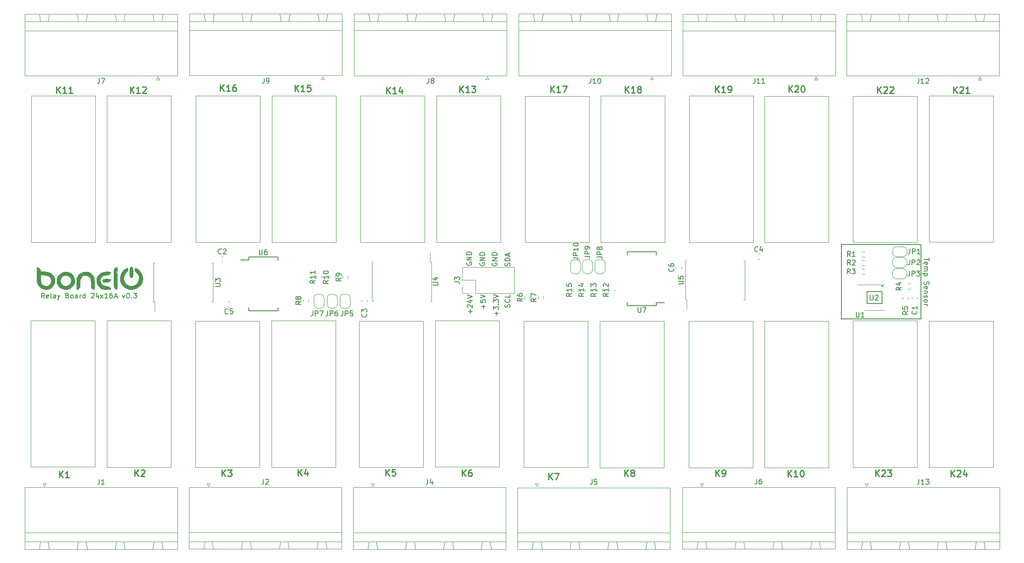
<source format=gbr>
%TF.GenerationSoftware,KiCad,Pcbnew,(5.1.12)-1*%
%TF.CreationDate,2021-12-07T00:39:26+01:00*%
%TF.ProjectId,boneIO - relay board,626f6e65-494f-4202-9d20-72656c617920,rev?*%
%TF.SameCoordinates,Original*%
%TF.FileFunction,Legend,Top*%
%TF.FilePolarity,Positive*%
%FSLAX46Y46*%
G04 Gerber Fmt 4.6, Leading zero omitted, Abs format (unit mm)*
G04 Created by KiCad (PCBNEW (5.1.12)-1) date 2021-12-07 00:39:26*
%MOMM*%
%LPD*%
G01*
G04 APERTURE LIST*
%ADD10C,0.150000*%
%ADD11C,0.120000*%
%ADD12C,0.100000*%
%ADD13C,0.200000*%
%ADD14C,0.050000*%
%ADD15C,0.010000*%
%ADD16C,0.254000*%
G04 APERTURE END LIST*
D10*
X294016666Y-317990380D02*
X293683333Y-317514190D01*
X293445238Y-317990380D02*
X293445238Y-316990380D01*
X293826190Y-316990380D01*
X293921428Y-317038000D01*
X293969047Y-317085619D01*
X294016666Y-317180857D01*
X294016666Y-317323714D01*
X293969047Y-317418952D01*
X293921428Y-317466571D01*
X293826190Y-317514190D01*
X293445238Y-317514190D01*
X294826190Y-317942761D02*
X294730952Y-317990380D01*
X294540476Y-317990380D01*
X294445238Y-317942761D01*
X294397619Y-317847523D01*
X294397619Y-317466571D01*
X294445238Y-317371333D01*
X294540476Y-317323714D01*
X294730952Y-317323714D01*
X294826190Y-317371333D01*
X294873809Y-317466571D01*
X294873809Y-317561809D01*
X294397619Y-317657047D01*
X295445238Y-317990380D02*
X295350000Y-317942761D01*
X295302380Y-317847523D01*
X295302380Y-316990380D01*
X296254761Y-317990380D02*
X296254761Y-317466571D01*
X296207142Y-317371333D01*
X296111904Y-317323714D01*
X295921428Y-317323714D01*
X295826190Y-317371333D01*
X296254761Y-317942761D02*
X296159523Y-317990380D01*
X295921428Y-317990380D01*
X295826190Y-317942761D01*
X295778571Y-317847523D01*
X295778571Y-317752285D01*
X295826190Y-317657047D01*
X295921428Y-317609428D01*
X296159523Y-317609428D01*
X296254761Y-317561809D01*
X296635714Y-317323714D02*
X296873809Y-317990380D01*
X297111904Y-317323714D02*
X296873809Y-317990380D01*
X296778571Y-318228476D01*
X296730952Y-318276095D01*
X296635714Y-318323714D01*
X298588095Y-317466571D02*
X298730952Y-317514190D01*
X298778571Y-317561809D01*
X298826190Y-317657047D01*
X298826190Y-317799904D01*
X298778571Y-317895142D01*
X298730952Y-317942761D01*
X298635714Y-317990380D01*
X298254761Y-317990380D01*
X298254761Y-316990380D01*
X298588095Y-316990380D01*
X298683333Y-317038000D01*
X298730952Y-317085619D01*
X298778571Y-317180857D01*
X298778571Y-317276095D01*
X298730952Y-317371333D01*
X298683333Y-317418952D01*
X298588095Y-317466571D01*
X298254761Y-317466571D01*
X299397619Y-317990380D02*
X299302380Y-317942761D01*
X299254761Y-317895142D01*
X299207142Y-317799904D01*
X299207142Y-317514190D01*
X299254761Y-317418952D01*
X299302380Y-317371333D01*
X299397619Y-317323714D01*
X299540476Y-317323714D01*
X299635714Y-317371333D01*
X299683333Y-317418952D01*
X299730952Y-317514190D01*
X299730952Y-317799904D01*
X299683333Y-317895142D01*
X299635714Y-317942761D01*
X299540476Y-317990380D01*
X299397619Y-317990380D01*
X300588095Y-317990380D02*
X300588095Y-317466571D01*
X300540476Y-317371333D01*
X300445238Y-317323714D01*
X300254761Y-317323714D01*
X300159523Y-317371333D01*
X300588095Y-317942761D02*
X300492857Y-317990380D01*
X300254761Y-317990380D01*
X300159523Y-317942761D01*
X300111904Y-317847523D01*
X300111904Y-317752285D01*
X300159523Y-317657047D01*
X300254761Y-317609428D01*
X300492857Y-317609428D01*
X300588095Y-317561809D01*
X301064285Y-317990380D02*
X301064285Y-317323714D01*
X301064285Y-317514190D02*
X301111904Y-317418952D01*
X301159523Y-317371333D01*
X301254761Y-317323714D01*
X301350000Y-317323714D01*
X302111904Y-317990380D02*
X302111904Y-316990380D01*
X302111904Y-317942761D02*
X302016666Y-317990380D01*
X301826190Y-317990380D01*
X301730952Y-317942761D01*
X301683333Y-317895142D01*
X301635714Y-317799904D01*
X301635714Y-317514190D01*
X301683333Y-317418952D01*
X301730952Y-317371333D01*
X301826190Y-317323714D01*
X302016666Y-317323714D01*
X302111904Y-317371333D01*
X303302380Y-317085619D02*
X303350000Y-317038000D01*
X303445238Y-316990380D01*
X303683333Y-316990380D01*
X303778571Y-317038000D01*
X303826190Y-317085619D01*
X303873809Y-317180857D01*
X303873809Y-317276095D01*
X303826190Y-317418952D01*
X303254761Y-317990380D01*
X303873809Y-317990380D01*
X304730952Y-317323714D02*
X304730952Y-317990380D01*
X304492857Y-316942761D02*
X304254761Y-317657047D01*
X304873809Y-317657047D01*
X305159523Y-317990380D02*
X305683333Y-317323714D01*
X305159523Y-317323714D02*
X305683333Y-317990380D01*
X306588095Y-317990380D02*
X306016666Y-317990380D01*
X306302380Y-317990380D02*
X306302380Y-316990380D01*
X306207142Y-317133238D01*
X306111904Y-317228476D01*
X306016666Y-317276095D01*
X307445238Y-316990380D02*
X307254761Y-316990380D01*
X307159523Y-317038000D01*
X307111904Y-317085619D01*
X307016666Y-317228476D01*
X306969047Y-317418952D01*
X306969047Y-317799904D01*
X307016666Y-317895142D01*
X307064285Y-317942761D01*
X307159523Y-317990380D01*
X307350000Y-317990380D01*
X307445238Y-317942761D01*
X307492857Y-317895142D01*
X307540476Y-317799904D01*
X307540476Y-317561809D01*
X307492857Y-317466571D01*
X307445238Y-317418952D01*
X307350000Y-317371333D01*
X307159523Y-317371333D01*
X307064285Y-317418952D01*
X307016666Y-317466571D01*
X306969047Y-317561809D01*
X307921428Y-317704666D02*
X308397619Y-317704666D01*
X307826190Y-317990380D02*
X308159523Y-316990380D01*
X308492857Y-317990380D01*
X309492857Y-317323714D02*
X309730952Y-317990380D01*
X309969047Y-317323714D01*
X310540476Y-316990380D02*
X310635714Y-316990380D01*
X310730952Y-317038000D01*
X310778571Y-317085619D01*
X310826190Y-317180857D01*
X310873809Y-317371333D01*
X310873809Y-317609428D01*
X310826190Y-317799904D01*
X310778571Y-317895142D01*
X310730952Y-317942761D01*
X310635714Y-317990380D01*
X310540476Y-317990380D01*
X310445238Y-317942761D01*
X310397619Y-317895142D01*
X310350000Y-317799904D01*
X310302380Y-317609428D01*
X310302380Y-317371333D01*
X310350000Y-317180857D01*
X310397619Y-317085619D01*
X310445238Y-317038000D01*
X310540476Y-316990380D01*
X311302380Y-317895142D02*
X311350000Y-317942761D01*
X311302380Y-317990380D01*
X311254761Y-317942761D01*
X311302380Y-317895142D01*
X311302380Y-317990380D01*
X311683333Y-316990380D02*
X312302380Y-316990380D01*
X311969047Y-317371333D01*
X312111904Y-317371333D01*
X312207142Y-317418952D01*
X312254761Y-317466571D01*
X312302380Y-317561809D01*
X312302380Y-317799904D01*
X312254761Y-317895142D01*
X312207142Y-317942761D01*
X312111904Y-317990380D01*
X311826190Y-317990380D01*
X311730952Y-317942761D01*
X311683333Y-317895142D01*
X467654000Y-322113000D02*
X451906000Y-322113000D01*
X467654000Y-311064000D02*
X467654000Y-322113000D01*
X467654000Y-311064000D02*
X467654000Y-307381000D01*
X467654000Y-307381000D02*
X451906000Y-307381000D01*
X451906000Y-311064000D02*
X451906000Y-322113000D01*
X451906000Y-307381000D02*
X451906000Y-311064000D01*
X469217619Y-310008904D02*
X469217619Y-310580333D01*
X468217619Y-310294619D02*
X469217619Y-310294619D01*
X468265238Y-311294619D02*
X468217619Y-311199380D01*
X468217619Y-311008904D01*
X468265238Y-310913666D01*
X468360476Y-310866047D01*
X468741428Y-310866047D01*
X468836666Y-310913666D01*
X468884285Y-311008904D01*
X468884285Y-311199380D01*
X468836666Y-311294619D01*
X468741428Y-311342238D01*
X468646190Y-311342238D01*
X468550952Y-310866047D01*
X468217619Y-311770809D02*
X468884285Y-311770809D01*
X468789047Y-311770809D02*
X468836666Y-311818428D01*
X468884285Y-311913666D01*
X468884285Y-312056523D01*
X468836666Y-312151761D01*
X468741428Y-312199380D01*
X468217619Y-312199380D01*
X468741428Y-312199380D02*
X468836666Y-312247000D01*
X468884285Y-312342238D01*
X468884285Y-312485095D01*
X468836666Y-312580333D01*
X468741428Y-312627952D01*
X468217619Y-312627952D01*
X468884285Y-313104142D02*
X467884285Y-313104142D01*
X468836666Y-313104142D02*
X468884285Y-313199380D01*
X468884285Y-313389857D01*
X468836666Y-313485095D01*
X468789047Y-313532714D01*
X468693809Y-313580333D01*
X468408095Y-313580333D01*
X468312857Y-313532714D01*
X468265238Y-313485095D01*
X468217619Y-313389857D01*
X468217619Y-313199380D01*
X468265238Y-313104142D01*
X468265238Y-314723190D02*
X468217619Y-314866047D01*
X468217619Y-315104142D01*
X468265238Y-315199380D01*
X468312857Y-315247000D01*
X468408095Y-315294619D01*
X468503333Y-315294619D01*
X468598571Y-315247000D01*
X468646190Y-315199380D01*
X468693809Y-315104142D01*
X468741428Y-314913666D01*
X468789047Y-314818428D01*
X468836666Y-314770809D01*
X468931904Y-314723190D01*
X469027142Y-314723190D01*
X469122380Y-314770809D01*
X469170000Y-314818428D01*
X469217619Y-314913666D01*
X469217619Y-315151761D01*
X469170000Y-315294619D01*
X468265238Y-316104142D02*
X468217619Y-316008904D01*
X468217619Y-315818428D01*
X468265238Y-315723190D01*
X468360476Y-315675571D01*
X468741428Y-315675571D01*
X468836666Y-315723190D01*
X468884285Y-315818428D01*
X468884285Y-316008904D01*
X468836666Y-316104142D01*
X468741428Y-316151761D01*
X468646190Y-316151761D01*
X468550952Y-315675571D01*
X468884285Y-316580333D02*
X468217619Y-316580333D01*
X468789047Y-316580333D02*
X468836666Y-316627952D01*
X468884285Y-316723190D01*
X468884285Y-316866047D01*
X468836666Y-316961285D01*
X468741428Y-317008904D01*
X468217619Y-317008904D01*
X468265238Y-317437476D02*
X468217619Y-317532714D01*
X468217619Y-317723190D01*
X468265238Y-317818428D01*
X468360476Y-317866047D01*
X468408095Y-317866047D01*
X468503333Y-317818428D01*
X468550952Y-317723190D01*
X468550952Y-317580333D01*
X468598571Y-317485095D01*
X468693809Y-317437476D01*
X468741428Y-317437476D01*
X468836666Y-317485095D01*
X468884285Y-317580333D01*
X468884285Y-317723190D01*
X468836666Y-317818428D01*
X468217619Y-318437476D02*
X468265238Y-318342238D01*
X468312857Y-318294619D01*
X468408095Y-318247000D01*
X468693809Y-318247000D01*
X468789047Y-318294619D01*
X468836666Y-318342238D01*
X468884285Y-318437476D01*
X468884285Y-318580333D01*
X468836666Y-318675571D01*
X468789047Y-318723190D01*
X468693809Y-318770809D01*
X468408095Y-318770809D01*
X468312857Y-318723190D01*
X468265238Y-318675571D01*
X468217619Y-318580333D01*
X468217619Y-318437476D01*
X468217619Y-319199380D02*
X468884285Y-319199380D01*
X468693809Y-319199380D02*
X468789047Y-319247000D01*
X468836666Y-319294619D01*
X468884285Y-319389857D01*
X468884285Y-319485095D01*
X380991428Y-320033714D02*
X380991428Y-319271809D01*
X381372380Y-319652761D02*
X380610476Y-319652761D01*
X380372380Y-318319428D02*
X380372380Y-318795619D01*
X380848571Y-318843238D01*
X380800952Y-318795619D01*
X380753333Y-318700380D01*
X380753333Y-318462285D01*
X380800952Y-318367047D01*
X380848571Y-318319428D01*
X380943809Y-318271809D01*
X381181904Y-318271809D01*
X381277142Y-318319428D01*
X381324761Y-318367047D01*
X381372380Y-318462285D01*
X381372380Y-318700380D01*
X381324761Y-318795619D01*
X381277142Y-318843238D01*
X380372380Y-317986095D02*
X381372380Y-317652761D01*
X380372380Y-317319428D01*
X380280000Y-310999904D02*
X380232380Y-311095142D01*
X380232380Y-311238000D01*
X380280000Y-311380857D01*
X380375238Y-311476095D01*
X380470476Y-311523714D01*
X380660952Y-311571333D01*
X380803809Y-311571333D01*
X380994285Y-311523714D01*
X381089523Y-311476095D01*
X381184761Y-311380857D01*
X381232380Y-311238000D01*
X381232380Y-311142761D01*
X381184761Y-310999904D01*
X381137142Y-310952285D01*
X380803809Y-310952285D01*
X380803809Y-311142761D01*
X381232380Y-310523714D02*
X380232380Y-310523714D01*
X381232380Y-309952285D01*
X380232380Y-309952285D01*
X381232380Y-309476095D02*
X380232380Y-309476095D01*
X380232380Y-309238000D01*
X380280000Y-309095142D01*
X380375238Y-308999904D01*
X380470476Y-308952285D01*
X380660952Y-308904666D01*
X380803809Y-308904666D01*
X380994285Y-308952285D01*
X381089523Y-308999904D01*
X381184761Y-309095142D01*
X381232380Y-309238000D01*
X381232380Y-309476095D01*
X386194761Y-319798476D02*
X386242380Y-319655619D01*
X386242380Y-319417523D01*
X386194761Y-319322285D01*
X386147142Y-319274666D01*
X386051904Y-319227047D01*
X385956666Y-319227047D01*
X385861428Y-319274666D01*
X385813809Y-319322285D01*
X385766190Y-319417523D01*
X385718571Y-319608000D01*
X385670952Y-319703238D01*
X385623333Y-319750857D01*
X385528095Y-319798476D01*
X385432857Y-319798476D01*
X385337619Y-319750857D01*
X385290000Y-319703238D01*
X385242380Y-319608000D01*
X385242380Y-319369904D01*
X385290000Y-319227047D01*
X386147142Y-318227047D02*
X386194761Y-318274666D01*
X386242380Y-318417523D01*
X386242380Y-318512761D01*
X386194761Y-318655619D01*
X386099523Y-318750857D01*
X386004285Y-318798476D01*
X385813809Y-318846095D01*
X385670952Y-318846095D01*
X385480476Y-318798476D01*
X385385238Y-318750857D01*
X385290000Y-318655619D01*
X385242380Y-318512761D01*
X385242380Y-318417523D01*
X385290000Y-318274666D01*
X385337619Y-318227047D01*
X386242380Y-317322285D02*
X386242380Y-317798476D01*
X385242380Y-317798476D01*
X386204761Y-311602285D02*
X386252380Y-311459428D01*
X386252380Y-311221333D01*
X386204761Y-311126095D01*
X386157142Y-311078476D01*
X386061904Y-311030857D01*
X385966666Y-311030857D01*
X385871428Y-311078476D01*
X385823809Y-311126095D01*
X385776190Y-311221333D01*
X385728571Y-311411809D01*
X385680952Y-311507047D01*
X385633333Y-311554666D01*
X385538095Y-311602285D01*
X385442857Y-311602285D01*
X385347619Y-311554666D01*
X385300000Y-311507047D01*
X385252380Y-311411809D01*
X385252380Y-311173714D01*
X385300000Y-311030857D01*
X386252380Y-310602285D02*
X385252380Y-310602285D01*
X385252380Y-310364190D01*
X385300000Y-310221333D01*
X385395238Y-310126095D01*
X385490476Y-310078476D01*
X385680952Y-310030857D01*
X385823809Y-310030857D01*
X386014285Y-310078476D01*
X386109523Y-310126095D01*
X386204761Y-310221333D01*
X386252380Y-310364190D01*
X386252380Y-310602285D01*
X385966666Y-309649904D02*
X385966666Y-309173714D01*
X386252380Y-309745142D02*
X385252380Y-309411809D01*
X386252380Y-309078476D01*
X382720000Y-311019904D02*
X382672380Y-311115142D01*
X382672380Y-311258000D01*
X382720000Y-311400857D01*
X382815238Y-311496095D01*
X382910476Y-311543714D01*
X383100952Y-311591333D01*
X383243809Y-311591333D01*
X383434285Y-311543714D01*
X383529523Y-311496095D01*
X383624761Y-311400857D01*
X383672380Y-311258000D01*
X383672380Y-311162761D01*
X383624761Y-311019904D01*
X383577142Y-310972285D01*
X383243809Y-310972285D01*
X383243809Y-311162761D01*
X383672380Y-310543714D02*
X382672380Y-310543714D01*
X383672380Y-309972285D01*
X382672380Y-309972285D01*
X383672380Y-309496095D02*
X382672380Y-309496095D01*
X382672380Y-309258000D01*
X382720000Y-309115142D01*
X382815238Y-309019904D01*
X382910476Y-308972285D01*
X383100952Y-308924666D01*
X383243809Y-308924666D01*
X383434285Y-308972285D01*
X383529523Y-309019904D01*
X383624761Y-309115142D01*
X383672380Y-309258000D01*
X383672380Y-309496095D01*
X383561428Y-321408000D02*
X383561428Y-320646095D01*
X383942380Y-321027047D02*
X383180476Y-321027047D01*
X382942380Y-320265142D02*
X382942380Y-319646095D01*
X383323333Y-319979428D01*
X383323333Y-319836571D01*
X383370952Y-319741333D01*
X383418571Y-319693714D01*
X383513809Y-319646095D01*
X383751904Y-319646095D01*
X383847142Y-319693714D01*
X383894761Y-319741333D01*
X383942380Y-319836571D01*
X383942380Y-320122285D01*
X383894761Y-320217523D01*
X383847142Y-320265142D01*
X383847142Y-319217523D02*
X383894761Y-319169904D01*
X383942380Y-319217523D01*
X383894761Y-319265142D01*
X383847142Y-319217523D01*
X383942380Y-319217523D01*
X382942380Y-318836571D02*
X382942380Y-318217523D01*
X383323333Y-318550857D01*
X383323333Y-318408000D01*
X383370952Y-318312761D01*
X383418571Y-318265142D01*
X383513809Y-318217523D01*
X383751904Y-318217523D01*
X383847142Y-318265142D01*
X383894761Y-318312761D01*
X383942380Y-318408000D01*
X383942380Y-318693714D01*
X383894761Y-318788952D01*
X383847142Y-318836571D01*
X382942380Y-317931809D02*
X383942380Y-317598476D01*
X382942380Y-317265142D01*
X378391428Y-321039904D02*
X378391428Y-320278000D01*
X378772380Y-320658952D02*
X378010476Y-320658952D01*
X377867619Y-319849428D02*
X377820000Y-319801809D01*
X377772380Y-319706571D01*
X377772380Y-319468476D01*
X377820000Y-319373238D01*
X377867619Y-319325619D01*
X377962857Y-319278000D01*
X378058095Y-319278000D01*
X378200952Y-319325619D01*
X378772380Y-319897047D01*
X378772380Y-319278000D01*
X378105714Y-318420857D02*
X378772380Y-318420857D01*
X377724761Y-318658952D02*
X378439047Y-318897047D01*
X378439047Y-318278000D01*
X377772380Y-318039904D02*
X378772380Y-317706571D01*
X377772380Y-317373238D01*
X377700000Y-310919904D02*
X377652380Y-311015142D01*
X377652380Y-311158000D01*
X377700000Y-311300857D01*
X377795238Y-311396095D01*
X377890476Y-311443714D01*
X378080952Y-311491333D01*
X378223809Y-311491333D01*
X378414285Y-311443714D01*
X378509523Y-311396095D01*
X378604761Y-311300857D01*
X378652380Y-311158000D01*
X378652380Y-311062761D01*
X378604761Y-310919904D01*
X378557142Y-310872285D01*
X378223809Y-310872285D01*
X378223809Y-311062761D01*
X378652380Y-310443714D02*
X377652380Y-310443714D01*
X378652380Y-309872285D01*
X377652380Y-309872285D01*
X378652380Y-309396095D02*
X377652380Y-309396095D01*
X377652380Y-309158000D01*
X377700000Y-309015142D01*
X377795238Y-308919904D01*
X377890476Y-308872285D01*
X378080952Y-308824666D01*
X378223809Y-308824666D01*
X378414285Y-308872285D01*
X378509523Y-308919904D01*
X378604761Y-309015142D01*
X378652380Y-309158000D01*
X378652380Y-309396095D01*
D11*
%TO.C,R4*%
X465087742Y-316150500D02*
X465562258Y-316150500D01*
X465087742Y-315105500D02*
X465562258Y-315105500D01*
%TO.C,JP10*%
X400200000Y-311048000D02*
X400200000Y-312448000D01*
X399500000Y-313148000D02*
X398900000Y-313148000D01*
X398200000Y-312448000D02*
X398200000Y-311048000D01*
X398900000Y-310348000D02*
X399500000Y-310348000D01*
X399500000Y-310348000D02*
G75*
G02*
X400200000Y-311048000I0J-700000D01*
G01*
X398200000Y-311048000D02*
G75*
G02*
X398900000Y-310348000I700000J0D01*
G01*
X398900000Y-313148000D02*
G75*
G02*
X398200000Y-312448000I0J700000D01*
G01*
X400200000Y-312448000D02*
G75*
G02*
X399500000Y-313148000I-700000J0D01*
G01*
%TO.C,JP9*%
X402580000Y-311038000D02*
X402580000Y-312438000D01*
X401880000Y-313138000D02*
X401280000Y-313138000D01*
X400580000Y-312438000D02*
X400580000Y-311038000D01*
X401280000Y-310338000D02*
X401880000Y-310338000D01*
X401880000Y-310338000D02*
G75*
G02*
X402580000Y-311038000I0J-700000D01*
G01*
X400580000Y-311038000D02*
G75*
G02*
X401280000Y-310338000I700000J0D01*
G01*
X401280000Y-313138000D02*
G75*
G02*
X400580000Y-312438000I0J700000D01*
G01*
X402580000Y-312438000D02*
G75*
G02*
X401880000Y-313138000I-700000J0D01*
G01*
%TO.C,JP8*%
X405030000Y-311038000D02*
X405030000Y-312438000D01*
X404330000Y-313138000D02*
X403730000Y-313138000D01*
X403030000Y-312438000D02*
X403030000Y-311038000D01*
X403730000Y-310338000D02*
X404330000Y-310338000D01*
X404330000Y-310338000D02*
G75*
G02*
X405030000Y-311038000I0J-700000D01*
G01*
X403030000Y-311038000D02*
G75*
G02*
X403730000Y-310338000I700000J0D01*
G01*
X403730000Y-313138000D02*
G75*
G02*
X403030000Y-312438000I0J700000D01*
G01*
X405030000Y-312438000D02*
G75*
G02*
X404330000Y-313138000I-700000J0D01*
G01*
%TO.C,JP7*%
X347410000Y-319318000D02*
X347410000Y-317918000D01*
X348110000Y-317218000D02*
X348710000Y-317218000D01*
X349410000Y-317918000D02*
X349410000Y-319318000D01*
X348710000Y-320018000D02*
X348110000Y-320018000D01*
X348110000Y-320018000D02*
G75*
G02*
X347410000Y-319318000I0J700000D01*
G01*
X349410000Y-319318000D02*
G75*
G02*
X348710000Y-320018000I-700000J0D01*
G01*
X348710000Y-317218000D02*
G75*
G02*
X349410000Y-317918000I0J-700000D01*
G01*
X347410000Y-317918000D02*
G75*
G02*
X348110000Y-317218000I700000J0D01*
G01*
%TO.C,JP6*%
X350030000Y-319308000D02*
X350030000Y-317908000D01*
X350730000Y-317208000D02*
X351330000Y-317208000D01*
X352030000Y-317908000D02*
X352030000Y-319308000D01*
X351330000Y-320008000D02*
X350730000Y-320008000D01*
X350730000Y-320008000D02*
G75*
G02*
X350030000Y-319308000I0J700000D01*
G01*
X352030000Y-319308000D02*
G75*
G02*
X351330000Y-320008000I-700000J0D01*
G01*
X351330000Y-317208000D02*
G75*
G02*
X352030000Y-317908000I0J-700000D01*
G01*
X350030000Y-317908000D02*
G75*
G02*
X350730000Y-317208000I700000J0D01*
G01*
%TO.C,JP5*%
X352550000Y-319308000D02*
X352550000Y-317908000D01*
X353250000Y-317208000D02*
X353850000Y-317208000D01*
X354550000Y-317908000D02*
X354550000Y-319308000D01*
X353850000Y-320008000D02*
X353250000Y-320008000D01*
X353250000Y-320008000D02*
G75*
G02*
X352550000Y-319308000I0J700000D01*
G01*
X354550000Y-319308000D02*
G75*
G02*
X353850000Y-320008000I-700000J0D01*
G01*
X353850000Y-317208000D02*
G75*
G02*
X354550000Y-317908000I0J-700000D01*
G01*
X352550000Y-317908000D02*
G75*
G02*
X353250000Y-317208000I700000J0D01*
G01*
%TO.C,JP3*%
X464080000Y-314138000D02*
X462680000Y-314138000D01*
X461980000Y-313438000D02*
X461980000Y-312838000D01*
X462680000Y-312138000D02*
X464080000Y-312138000D01*
X464780000Y-312838000D02*
X464780000Y-313438000D01*
X464780000Y-313438000D02*
G75*
G02*
X464080000Y-314138000I-700000J0D01*
G01*
X464080000Y-312138000D02*
G75*
G02*
X464780000Y-312838000I0J-700000D01*
G01*
X461980000Y-312838000D02*
G75*
G02*
X462680000Y-312138000I700000J0D01*
G01*
X462680000Y-314138000D02*
G75*
G02*
X461980000Y-313438000I0J700000D01*
G01*
%TO.C,JP2*%
X464080000Y-311928000D02*
X462680000Y-311928000D01*
X461980000Y-311228000D02*
X461980000Y-310628000D01*
X462680000Y-309928000D02*
X464080000Y-309928000D01*
X464780000Y-310628000D02*
X464780000Y-311228000D01*
X464780000Y-311228000D02*
G75*
G02*
X464080000Y-311928000I-700000J0D01*
G01*
X464080000Y-309928000D02*
G75*
G02*
X464780000Y-310628000I0J-700000D01*
G01*
X461980000Y-310628000D02*
G75*
G02*
X462680000Y-309928000I700000J0D01*
G01*
X462680000Y-311928000D02*
G75*
G02*
X461980000Y-311228000I0J700000D01*
G01*
%TO.C,JP1*%
X464090000Y-309768000D02*
X462690000Y-309768000D01*
X461990000Y-309068000D02*
X461990000Y-308468000D01*
X462690000Y-307768000D02*
X464090000Y-307768000D01*
X464790000Y-308468000D02*
X464790000Y-309068000D01*
X464790000Y-309068000D02*
G75*
G02*
X464090000Y-309768000I-700000J0D01*
G01*
X464090000Y-307768000D02*
G75*
G02*
X464790000Y-308468000I0J-700000D01*
G01*
X461990000Y-308468000D02*
G75*
G02*
X462690000Y-307768000I700000J0D01*
G01*
X462690000Y-309768000D02*
G75*
G02*
X461990000Y-309068000I0J700000D01*
G01*
%TO.C,U1*%
X458410000Y-315288000D02*
X454960000Y-315288000D01*
X458410000Y-315288000D02*
X460360000Y-315288000D01*
X458410000Y-320408000D02*
X456460000Y-320408000D01*
X458410000Y-320408000D02*
X460360000Y-320408000D01*
%TO.C,R3*%
X456427258Y-313240500D02*
X455952742Y-313240500D01*
X456427258Y-312195500D02*
X455952742Y-312195500D01*
%TO.C,R2*%
X456427258Y-311540500D02*
X455952742Y-311540500D01*
X456427258Y-310495500D02*
X455952742Y-310495500D01*
%TO.C,R1*%
X456427258Y-309810500D02*
X455952742Y-309810500D01*
X456427258Y-308765500D02*
X455952742Y-308765500D01*
%TO.C,R8*%
X345290000Y-318615779D02*
X345290000Y-318290221D01*
X346310000Y-318615779D02*
X346310000Y-318290221D01*
%TO.C,R15*%
X399712500Y-316230742D02*
X399712500Y-316705258D01*
X398667500Y-316230742D02*
X398667500Y-316705258D01*
%TO.C,R14*%
X402139166Y-316230742D02*
X402139166Y-316705258D01*
X401094166Y-316230742D02*
X401094166Y-316705258D01*
%TO.C,R13*%
X404565832Y-316230742D02*
X404565832Y-316705258D01*
X403520832Y-316230742D02*
X403520832Y-316705258D01*
%TO.C,R11*%
X347907500Y-314060258D02*
X347907500Y-313585742D01*
X348952500Y-314060258D02*
X348952500Y-313585742D01*
%TO.C,R10*%
X350517500Y-314060258D02*
X350517500Y-313585742D01*
X351562500Y-314060258D02*
X351562500Y-313585742D01*
%TO.C,R9*%
X353027500Y-314070258D02*
X353027500Y-313595742D01*
X354072500Y-314070258D02*
X354072500Y-313595742D01*
D12*
%TO.C,K24*%
X481910000Y-351508000D02*
X469210000Y-351508000D01*
X481910000Y-322508000D02*
X481910000Y-351508000D01*
X469210000Y-322508000D02*
X481910000Y-322508000D01*
X469210000Y-351508000D02*
X469210000Y-322508000D01*
%TO.C,K23*%
X466880000Y-351468000D02*
X454180000Y-351468000D01*
X466880000Y-322468000D02*
X466880000Y-351468000D01*
X454180000Y-322468000D02*
X466880000Y-322468000D01*
X454180000Y-351468000D02*
X454180000Y-322468000D01*
%TO.C,K22*%
X454130000Y-277958000D02*
X466830000Y-277958000D01*
X454130000Y-306958000D02*
X454130000Y-277958000D01*
X466830000Y-306958000D02*
X454130000Y-306958000D01*
X466830000Y-277958000D02*
X466830000Y-306958000D01*
%TO.C,K21*%
X469180000Y-277888000D02*
X481880000Y-277888000D01*
X469180000Y-306888000D02*
X469180000Y-277888000D01*
X481880000Y-306888000D02*
X469180000Y-306888000D01*
X481880000Y-277888000D02*
X481880000Y-306888000D01*
%TO.C,K20*%
X436650000Y-277948000D02*
X449350000Y-277948000D01*
X436650000Y-306948000D02*
X436650000Y-277948000D01*
X449350000Y-306948000D02*
X436650000Y-306948000D01*
X449350000Y-277948000D02*
X449350000Y-306948000D01*
%TO.C,K19*%
X421730000Y-277928000D02*
X434430000Y-277928000D01*
X421730000Y-306928000D02*
X421730000Y-277928000D01*
X434430000Y-306928000D02*
X421730000Y-306928000D01*
X434430000Y-277928000D02*
X434430000Y-306928000D01*
%TO.C,K18*%
X404230000Y-277938000D02*
X416930000Y-277938000D01*
X404230000Y-306938000D02*
X404230000Y-277938000D01*
X416930000Y-306938000D02*
X404230000Y-306938000D01*
X416930000Y-277938000D02*
X416930000Y-306938000D01*
%TO.C,K17*%
X389220000Y-277978000D02*
X401920000Y-277978000D01*
X389220000Y-306978000D02*
X389220000Y-277978000D01*
X401920000Y-306978000D02*
X389220000Y-306978000D01*
X401920000Y-277978000D02*
X401920000Y-306978000D01*
%TO.C,K16*%
X323990000Y-277908000D02*
X336690000Y-277908000D01*
X323990000Y-306908000D02*
X323990000Y-277908000D01*
X336690000Y-306908000D02*
X323990000Y-306908000D01*
X336690000Y-277908000D02*
X336690000Y-306908000D01*
%TO.C,K15*%
X339070000Y-277928000D02*
X351770000Y-277928000D01*
X339070000Y-306928000D02*
X339070000Y-277928000D01*
X351770000Y-306928000D02*
X339070000Y-306928000D01*
X351770000Y-277928000D02*
X351770000Y-306928000D01*
%TO.C,K14*%
X356650000Y-277928000D02*
X369350000Y-277928000D01*
X356650000Y-306928000D02*
X356650000Y-277928000D01*
X369350000Y-306928000D02*
X356650000Y-306928000D01*
X369350000Y-277928000D02*
X369350000Y-306928000D01*
%TO.C,K13*%
X371660000Y-277908000D02*
X384360000Y-277908000D01*
X371660000Y-306908000D02*
X371660000Y-277908000D01*
X384360000Y-306908000D02*
X371660000Y-306908000D01*
X384360000Y-277908000D02*
X384360000Y-306908000D01*
%TO.C,K12*%
X306400000Y-277938000D02*
X319100000Y-277938000D01*
X306400000Y-306938000D02*
X306400000Y-277938000D01*
X319100000Y-306938000D02*
X306400000Y-306938000D01*
X319100000Y-277938000D02*
X319100000Y-306938000D01*
%TO.C,K11*%
X291390000Y-277908000D02*
X304090000Y-277908000D01*
X291390000Y-306908000D02*
X291390000Y-277908000D01*
X304090000Y-306908000D02*
X291390000Y-306908000D01*
X304090000Y-277908000D02*
X304090000Y-306908000D01*
%TO.C,K10*%
X449310000Y-351548000D02*
X436610000Y-351548000D01*
X449310000Y-322548000D02*
X449310000Y-351548000D01*
X436610000Y-322548000D02*
X449310000Y-322548000D01*
X436610000Y-351548000D02*
X436610000Y-322548000D01*
%TO.C,K9*%
X434300000Y-351528000D02*
X421600000Y-351528000D01*
X434300000Y-322528000D02*
X434300000Y-351528000D01*
X421600000Y-322528000D02*
X434300000Y-322528000D01*
X421600000Y-351528000D02*
X421600000Y-322528000D01*
%TO.C,K8*%
X416710000Y-351548000D02*
X404010000Y-351548000D01*
X416710000Y-322548000D02*
X416710000Y-351548000D01*
X404010000Y-322548000D02*
X416710000Y-322548000D01*
X404010000Y-351548000D02*
X404010000Y-322548000D01*
%TO.C,K7*%
X401620000Y-351518000D02*
X388920000Y-351518000D01*
X401620000Y-322518000D02*
X401620000Y-351518000D01*
X388920000Y-322518000D02*
X401620000Y-322518000D01*
X388920000Y-351518000D02*
X388920000Y-322518000D01*
%TO.C,K6*%
X384170000Y-351398000D02*
X371470000Y-351398000D01*
X384170000Y-322398000D02*
X384170000Y-351398000D01*
X371470000Y-322398000D02*
X384170000Y-322398000D01*
X371470000Y-351398000D02*
X371470000Y-322398000D01*
%TO.C,K5*%
X369060000Y-351488000D02*
X356360000Y-351488000D01*
X369060000Y-322488000D02*
X369060000Y-351488000D01*
X356360000Y-322488000D02*
X369060000Y-322488000D01*
X356360000Y-351488000D02*
X356360000Y-322488000D01*
%TO.C,K4*%
X351730000Y-351438000D02*
X339030000Y-351438000D01*
X351730000Y-322438000D02*
X351730000Y-351438000D01*
X339030000Y-322438000D02*
X351730000Y-322438000D01*
X339030000Y-351438000D02*
X339030000Y-322438000D01*
%TO.C,K3*%
X336620000Y-351488000D02*
X323920000Y-351488000D01*
X336620000Y-322488000D02*
X336620000Y-351488000D01*
X323920000Y-322488000D02*
X336620000Y-322488000D01*
X323920000Y-351488000D02*
X323920000Y-322488000D01*
%TO.C,K2*%
X319120000Y-351478000D02*
X306420000Y-351478000D01*
X319120000Y-322478000D02*
X319120000Y-351478000D01*
X306420000Y-322478000D02*
X319120000Y-322478000D01*
X306420000Y-351478000D02*
X306420000Y-322478000D01*
%TO.C,K1*%
X304030000Y-351428000D02*
X291330000Y-351428000D01*
X304030000Y-322428000D02*
X304030000Y-351428000D01*
X291330000Y-322428000D02*
X304030000Y-322428000D01*
X291330000Y-351428000D02*
X291330000Y-322428000D01*
D11*
%TO.C,U4*%
X358895000Y-314658000D02*
X358895000Y-318518000D01*
X358895000Y-318518000D02*
X359140000Y-318518000D01*
X358895000Y-314658000D02*
X358895000Y-310798000D01*
X358895000Y-310798000D02*
X359140000Y-310798000D01*
X370665000Y-314658000D02*
X370665000Y-318518000D01*
X370665000Y-318518000D02*
X370420000Y-318518000D01*
X370665000Y-314658000D02*
X370665000Y-310798000D01*
X370665000Y-310798000D02*
X370420000Y-310798000D01*
X370420000Y-310798000D02*
X370420000Y-308983000D01*
%TO.C,U3*%
X327375000Y-314878000D02*
X327375000Y-311018000D01*
X327375000Y-311018000D02*
X327130000Y-311018000D01*
X327375000Y-314878000D02*
X327375000Y-318738000D01*
X327375000Y-318738000D02*
X327130000Y-318738000D01*
X315605000Y-314878000D02*
X315605000Y-311018000D01*
X315605000Y-311018000D02*
X315850000Y-311018000D01*
X315605000Y-314878000D02*
X315605000Y-318738000D01*
X315605000Y-318738000D02*
X315850000Y-318738000D01*
X315850000Y-318738000D02*
X315850000Y-320553000D01*
D10*
%TO.C,U7*%
X415215000Y-319438000D02*
X415215000Y-318863000D01*
X409465000Y-319438000D02*
X409465000Y-318788000D01*
X409465000Y-308788000D02*
X409465000Y-309438000D01*
X415215000Y-308788000D02*
X415215000Y-309438000D01*
X415215000Y-319438000D02*
X409465000Y-319438000D01*
X415215000Y-308788000D02*
X409465000Y-308788000D01*
X415215000Y-318863000D02*
X416815000Y-318863000D01*
%TO.C,U6*%
X334485000Y-309848000D02*
X334485000Y-310423000D01*
X340235000Y-309848000D02*
X340235000Y-310498000D01*
X340235000Y-320498000D02*
X340235000Y-319848000D01*
X334485000Y-320498000D02*
X334485000Y-319848000D01*
X334485000Y-309848000D02*
X340235000Y-309848000D01*
X334485000Y-320498000D02*
X340235000Y-320498000D01*
X334485000Y-310423000D02*
X332885000Y-310423000D01*
D11*
%TO.C,J13*%
X452930000Y-355498000D02*
X452930000Y-367718000D01*
X452930000Y-367718000D02*
X483150000Y-367718000D01*
X483150000Y-367718000D02*
X483150000Y-355498000D01*
X483150000Y-355498000D02*
X452930000Y-355498000D01*
X452930000Y-366218000D02*
X452930000Y-364418000D01*
X452930000Y-364418000D02*
X483150000Y-364418000D01*
X483150000Y-364418000D02*
X483150000Y-366218000D01*
X483150000Y-366218000D02*
X452930000Y-366218000D01*
X455790000Y-367718000D02*
X457790000Y-367718000D01*
X457790000Y-367718000D02*
X457540000Y-366218000D01*
X457540000Y-366218000D02*
X456040000Y-366218000D01*
X456040000Y-366218000D02*
X455790000Y-367718000D01*
X463290000Y-367718000D02*
X465290000Y-367718000D01*
X465290000Y-367718000D02*
X465040000Y-366218000D01*
X465040000Y-366218000D02*
X463540000Y-366218000D01*
X463540000Y-366218000D02*
X463290000Y-367718000D01*
X470790000Y-367718000D02*
X472790000Y-367718000D01*
X472790000Y-367718000D02*
X472540000Y-366218000D01*
X472540000Y-366218000D02*
X471040000Y-366218000D01*
X471040000Y-366218000D02*
X470790000Y-367718000D01*
X478290000Y-367718000D02*
X480290000Y-367718000D01*
X480290000Y-367718000D02*
X480040000Y-366218000D01*
X480040000Y-366218000D02*
X478540000Y-366218000D01*
X478540000Y-366218000D02*
X478290000Y-367718000D01*
X457090000Y-354698000D02*
X456790000Y-355298000D01*
X456790000Y-355298000D02*
X456490000Y-354698000D01*
X456490000Y-354698000D02*
X457090000Y-354698000D01*
%TO.C,J12*%
X483110000Y-273928000D02*
X483110000Y-261708000D01*
X483110000Y-261708000D02*
X452890000Y-261708000D01*
X452890000Y-261708000D02*
X452890000Y-273928000D01*
X452890000Y-273928000D02*
X483110000Y-273928000D01*
X483110000Y-263208000D02*
X483110000Y-265008000D01*
X483110000Y-265008000D02*
X452890000Y-265008000D01*
X452890000Y-265008000D02*
X452890000Y-263208000D01*
X452890000Y-263208000D02*
X483110000Y-263208000D01*
X480250000Y-261708000D02*
X478250000Y-261708000D01*
X478250000Y-261708000D02*
X478500000Y-263208000D01*
X478500000Y-263208000D02*
X480000000Y-263208000D01*
X480000000Y-263208000D02*
X480250000Y-261708000D01*
X472750000Y-261708000D02*
X470750000Y-261708000D01*
X470750000Y-261708000D02*
X471000000Y-263208000D01*
X471000000Y-263208000D02*
X472500000Y-263208000D01*
X472500000Y-263208000D02*
X472750000Y-261708000D01*
X465250000Y-261708000D02*
X463250000Y-261708000D01*
X463250000Y-261708000D02*
X463500000Y-263208000D01*
X463500000Y-263208000D02*
X465000000Y-263208000D01*
X465000000Y-263208000D02*
X465250000Y-261708000D01*
X457750000Y-261708000D02*
X455750000Y-261708000D01*
X455750000Y-261708000D02*
X456000000Y-263208000D01*
X456000000Y-263208000D02*
X457500000Y-263208000D01*
X457500000Y-263208000D02*
X457750000Y-261708000D01*
X478950000Y-274728000D02*
X479250000Y-274128000D01*
X479250000Y-274128000D02*
X479550000Y-274728000D01*
X479550000Y-274728000D02*
X478950000Y-274728000D01*
%TO.C,J10*%
X418150000Y-273908000D02*
X418150000Y-261688000D01*
X418150000Y-261688000D02*
X387930000Y-261688000D01*
X387930000Y-261688000D02*
X387930000Y-273908000D01*
X387930000Y-273908000D02*
X418150000Y-273908000D01*
X418150000Y-263188000D02*
X418150000Y-264988000D01*
X418150000Y-264988000D02*
X387930000Y-264988000D01*
X387930000Y-264988000D02*
X387930000Y-263188000D01*
X387930000Y-263188000D02*
X418150000Y-263188000D01*
X415290000Y-261688000D02*
X413290000Y-261688000D01*
X413290000Y-261688000D02*
X413540000Y-263188000D01*
X413540000Y-263188000D02*
X415040000Y-263188000D01*
X415040000Y-263188000D02*
X415290000Y-261688000D01*
X407790000Y-261688000D02*
X405790000Y-261688000D01*
X405790000Y-261688000D02*
X406040000Y-263188000D01*
X406040000Y-263188000D02*
X407540000Y-263188000D01*
X407540000Y-263188000D02*
X407790000Y-261688000D01*
X400290000Y-261688000D02*
X398290000Y-261688000D01*
X398290000Y-261688000D02*
X398540000Y-263188000D01*
X398540000Y-263188000D02*
X400040000Y-263188000D01*
X400040000Y-263188000D02*
X400290000Y-261688000D01*
X392790000Y-261688000D02*
X390790000Y-261688000D01*
X390790000Y-261688000D02*
X391040000Y-263188000D01*
X391040000Y-263188000D02*
X392540000Y-263188000D01*
X392540000Y-263188000D02*
X392790000Y-261688000D01*
X413990000Y-274708000D02*
X414290000Y-274108000D01*
X414290000Y-274108000D02*
X414590000Y-274708000D01*
X414590000Y-274708000D02*
X413990000Y-274708000D01*
%TO.C,J9*%
X352980000Y-273878000D02*
X352980000Y-261658000D01*
X352980000Y-261658000D02*
X322760000Y-261658000D01*
X322760000Y-261658000D02*
X322760000Y-273878000D01*
X322760000Y-273878000D02*
X352980000Y-273878000D01*
X352980000Y-263158000D02*
X352980000Y-264958000D01*
X352980000Y-264958000D02*
X322760000Y-264958000D01*
X322760000Y-264958000D02*
X322760000Y-263158000D01*
X322760000Y-263158000D02*
X352980000Y-263158000D01*
X350120000Y-261658000D02*
X348120000Y-261658000D01*
X348120000Y-261658000D02*
X348370000Y-263158000D01*
X348370000Y-263158000D02*
X349870000Y-263158000D01*
X349870000Y-263158000D02*
X350120000Y-261658000D01*
X342620000Y-261658000D02*
X340620000Y-261658000D01*
X340620000Y-261658000D02*
X340870000Y-263158000D01*
X340870000Y-263158000D02*
X342370000Y-263158000D01*
X342370000Y-263158000D02*
X342620000Y-261658000D01*
X335120000Y-261658000D02*
X333120000Y-261658000D01*
X333120000Y-261658000D02*
X333370000Y-263158000D01*
X333370000Y-263158000D02*
X334870000Y-263158000D01*
X334870000Y-263158000D02*
X335120000Y-261658000D01*
X327620000Y-261658000D02*
X325620000Y-261658000D01*
X325620000Y-261658000D02*
X325870000Y-263158000D01*
X325870000Y-263158000D02*
X327370000Y-263158000D01*
X327370000Y-263158000D02*
X327620000Y-261658000D01*
X348820000Y-274678000D02*
X349120000Y-274078000D01*
X349120000Y-274078000D02*
X349420000Y-274678000D01*
X349420000Y-274678000D02*
X348820000Y-274678000D01*
%TO.C,J8*%
X385600000Y-273898000D02*
X385600000Y-261678000D01*
X385600000Y-261678000D02*
X355380000Y-261678000D01*
X355380000Y-261678000D02*
X355380000Y-273898000D01*
X355380000Y-273898000D02*
X385600000Y-273898000D01*
X385600000Y-263178000D02*
X385600000Y-264978000D01*
X385600000Y-264978000D02*
X355380000Y-264978000D01*
X355380000Y-264978000D02*
X355380000Y-263178000D01*
X355380000Y-263178000D02*
X385600000Y-263178000D01*
X382740000Y-261678000D02*
X380740000Y-261678000D01*
X380740000Y-261678000D02*
X380990000Y-263178000D01*
X380990000Y-263178000D02*
X382490000Y-263178000D01*
X382490000Y-263178000D02*
X382740000Y-261678000D01*
X375240000Y-261678000D02*
X373240000Y-261678000D01*
X373240000Y-261678000D02*
X373490000Y-263178000D01*
X373490000Y-263178000D02*
X374990000Y-263178000D01*
X374990000Y-263178000D02*
X375240000Y-261678000D01*
X367740000Y-261678000D02*
X365740000Y-261678000D01*
X365740000Y-261678000D02*
X365990000Y-263178000D01*
X365990000Y-263178000D02*
X367490000Y-263178000D01*
X367490000Y-263178000D02*
X367740000Y-261678000D01*
X360240000Y-261678000D02*
X358240000Y-261678000D01*
X358240000Y-261678000D02*
X358490000Y-263178000D01*
X358490000Y-263178000D02*
X359990000Y-263178000D01*
X359990000Y-263178000D02*
X360240000Y-261678000D01*
X381440000Y-274698000D02*
X381740000Y-274098000D01*
X381740000Y-274098000D02*
X382040000Y-274698000D01*
X382040000Y-274698000D02*
X381440000Y-274698000D01*
%TO.C,C6*%
X419140000Y-312080779D02*
X419140000Y-311755221D01*
X420160000Y-312080779D02*
X420160000Y-311755221D01*
%TO.C,C5*%
X330720279Y-319728000D02*
X330394721Y-319728000D01*
X330720279Y-318708000D02*
X330394721Y-318708000D01*
%TO.C,C1*%
X466840000Y-317787721D02*
X466840000Y-318113279D01*
X465820000Y-317787721D02*
X465820000Y-318113279D01*
%TO.C,J3*%
X387082200Y-317029000D02*
X387082200Y-311829000D01*
X379402200Y-317029000D02*
X387082200Y-317029000D01*
X376802200Y-311829000D02*
X387082200Y-311829000D01*
X379402200Y-317029000D02*
X379402200Y-314429000D01*
X379402200Y-314429000D02*
X376802200Y-314429000D01*
X376802200Y-314429000D02*
X376802200Y-311829000D01*
X378132200Y-317029000D02*
X376802200Y-317029000D01*
X376802200Y-317029000D02*
X376802200Y-315699000D01*
D13*
%TO.C,U2*%
X459910000Y-316673000D02*
X456910000Y-316673000D01*
X456910000Y-316673000D02*
X456910000Y-319023000D01*
X456910000Y-319023000D02*
X459910000Y-319023000D01*
X459910000Y-319023000D02*
X459910000Y-316673000D01*
D14*
X460101419Y-315638000D02*
G75*
G03*
X460101419Y-315638000I-141419J0D01*
G01*
X460068166Y-315638000D02*
G75*
G03*
X460068166Y-315638000I-108166J0D01*
G01*
X460049441Y-315638000D02*
G75*
G03*
X460049441Y-315638000I-89441J0D01*
G01*
X460027081Y-315638000D02*
G75*
G03*
X460027081Y-315638000I-67081J0D01*
G01*
X460018309Y-315638000D02*
G75*
G03*
X460018309Y-315638000I-58309J0D01*
G01*
X459990000Y-315648000D02*
G75*
G03*
X459990000Y-315648000I-40000J0D01*
G01*
X460016053Y-315618000D02*
G75*
G03*
X460016053Y-315618000I-36053J0D01*
G01*
X460138044Y-315638000D02*
G75*
G03*
X460138044Y-315638000I-178044J0D01*
G01*
D11*
%TO.C,R12*%
X406980000Y-316630779D02*
X406980000Y-316305221D01*
X405960000Y-316630779D02*
X405960000Y-316305221D01*
D15*
%TO.C,G\u002A\u002A\u002A*%
G36*
X292898328Y-311962586D02*
G01*
X293099236Y-312158360D01*
X293230703Y-312426006D01*
X293244229Y-312481979D01*
X293294500Y-312733333D01*
X293930261Y-312733333D01*
X294488072Y-312760663D01*
X294925125Y-312851685D01*
X295282401Y-313019952D01*
X295600879Y-313279012D01*
X295611020Y-313289084D01*
X295921840Y-313700243D01*
X296085784Y-314142592D01*
X296116850Y-314594464D01*
X296029034Y-315034190D01*
X295836332Y-315440102D01*
X295552742Y-315790531D01*
X295192259Y-316063810D01*
X294768880Y-316238271D01*
X294296603Y-316292244D01*
X293789422Y-316204062D01*
X293739000Y-316187178D01*
X293287788Y-315946646D01*
X292910380Y-315584892D01*
X292743578Y-315331928D01*
X292675315Y-315191217D01*
X292624717Y-315042793D01*
X292588494Y-314857911D01*
X292563354Y-314607826D01*
X292546003Y-314263796D01*
X292533152Y-313797074D01*
X292525969Y-313431833D01*
X292525609Y-313410666D01*
X293273334Y-313410666D01*
X293274582Y-314109166D01*
X293291605Y-314566736D01*
X293350853Y-314896854D01*
X293467462Y-315139218D01*
X293656565Y-315333528D01*
X293773921Y-315418958D01*
X294149482Y-315585172D01*
X294533138Y-315582281D01*
X294805282Y-315480889D01*
X295114972Y-315233113D01*
X295310108Y-314894302D01*
X295378801Y-314508082D01*
X295309166Y-314118077D01*
X295224095Y-313943943D01*
X295016222Y-313687899D01*
X294743658Y-313522631D01*
X294373426Y-313434732D01*
X293912538Y-313410666D01*
X293273334Y-313410666D01*
X292525609Y-313410666D01*
X292516665Y-312886155D01*
X292512988Y-312486909D01*
X292517126Y-312211229D01*
X292531271Y-312036249D01*
X292557612Y-311939103D01*
X292598338Y-311896925D01*
X292655640Y-311886849D01*
X292673943Y-311886666D01*
X292898328Y-311962586D01*
G37*
X292898328Y-311962586D02*
X293099236Y-312158360D01*
X293230703Y-312426006D01*
X293244229Y-312481979D01*
X293294500Y-312733333D01*
X293930261Y-312733333D01*
X294488072Y-312760663D01*
X294925125Y-312851685D01*
X295282401Y-313019952D01*
X295600879Y-313279012D01*
X295611020Y-313289084D01*
X295921840Y-313700243D01*
X296085784Y-314142592D01*
X296116850Y-314594464D01*
X296029034Y-315034190D01*
X295836332Y-315440102D01*
X295552742Y-315790531D01*
X295192259Y-316063810D01*
X294768880Y-316238271D01*
X294296603Y-316292244D01*
X293789422Y-316204062D01*
X293739000Y-316187178D01*
X293287788Y-315946646D01*
X292910380Y-315584892D01*
X292743578Y-315331928D01*
X292675315Y-315191217D01*
X292624717Y-315042793D01*
X292588494Y-314857911D01*
X292563354Y-314607826D01*
X292546003Y-314263796D01*
X292533152Y-313797074D01*
X292525969Y-313431833D01*
X292525609Y-313410666D01*
X293273334Y-313410666D01*
X293274582Y-314109166D01*
X293291605Y-314566736D01*
X293350853Y-314896854D01*
X293467462Y-315139218D01*
X293656565Y-315333528D01*
X293773921Y-315418958D01*
X294149482Y-315585172D01*
X294533138Y-315582281D01*
X294805282Y-315480889D01*
X295114972Y-315233113D01*
X295310108Y-314894302D01*
X295378801Y-314508082D01*
X295309166Y-314118077D01*
X295224095Y-313943943D01*
X295016222Y-313687899D01*
X294743658Y-313522631D01*
X294373426Y-313434732D01*
X293912538Y-313410666D01*
X293273334Y-313410666D01*
X292525609Y-313410666D01*
X292516665Y-312886155D01*
X292512988Y-312486909D01*
X292517126Y-312211229D01*
X292531271Y-312036249D01*
X292557612Y-311939103D01*
X292598338Y-311896925D01*
X292655640Y-311886849D01*
X292673943Y-311886666D01*
X292898328Y-311962586D01*
G36*
X298888543Y-312859806D02*
G01*
X299276729Y-313075487D01*
X299599863Y-313377634D01*
X299843469Y-313745963D01*
X299993068Y-314160191D01*
X300034185Y-314600036D01*
X299952341Y-315045215D01*
X299733060Y-315475444D01*
X299491802Y-315755152D01*
X299038114Y-316091103D01*
X298551503Y-316261363D01*
X298038092Y-316265012D01*
X297504006Y-316101130D01*
X297428876Y-316065235D01*
X297034550Y-315810184D01*
X296742879Y-315472843D01*
X296728932Y-315451402D01*
X296595478Y-315225595D01*
X296523729Y-315031355D01*
X296498908Y-314802728D01*
X296501656Y-314679371D01*
X297175130Y-314679371D01*
X297285321Y-315004335D01*
X297489477Y-315275666D01*
X297763278Y-315474512D01*
X298082409Y-315582024D01*
X298422551Y-315579351D01*
X298759388Y-315447642D01*
X299006592Y-315240585D01*
X299182819Y-315019334D01*
X299264342Y-314809324D01*
X299284653Y-314522726D01*
X299284667Y-314511333D01*
X299265665Y-314220437D01*
X299186568Y-314009281D01*
X299014235Y-313790430D01*
X299009449Y-313785198D01*
X298677250Y-313531903D01*
X298306525Y-313426665D01*
X297933068Y-313466095D01*
X297592669Y-313646801D01*
X297333906Y-313943943D01*
X297183219Y-314319624D01*
X297175130Y-314679371D01*
X296501656Y-314679371D01*
X296506237Y-314473763D01*
X296506863Y-314460294D01*
X296584279Y-313925175D01*
X296771456Y-313505098D01*
X297085312Y-313173491D01*
X297478449Y-312934385D01*
X297974926Y-312768972D01*
X298449783Y-312750873D01*
X298888543Y-312859806D01*
G37*
X298888543Y-312859806D02*
X299276729Y-313075487D01*
X299599863Y-313377634D01*
X299843469Y-313745963D01*
X299993068Y-314160191D01*
X300034185Y-314600036D01*
X299952341Y-315045215D01*
X299733060Y-315475444D01*
X299491802Y-315755152D01*
X299038114Y-316091103D01*
X298551503Y-316261363D01*
X298038092Y-316265012D01*
X297504006Y-316101130D01*
X297428876Y-316065235D01*
X297034550Y-315810184D01*
X296742879Y-315472843D01*
X296728932Y-315451402D01*
X296595478Y-315225595D01*
X296523729Y-315031355D01*
X296498908Y-314802728D01*
X296501656Y-314679371D01*
X297175130Y-314679371D01*
X297285321Y-315004335D01*
X297489477Y-315275666D01*
X297763278Y-315474512D01*
X298082409Y-315582024D01*
X298422551Y-315579351D01*
X298759388Y-315447642D01*
X299006592Y-315240585D01*
X299182819Y-315019334D01*
X299264342Y-314809324D01*
X299284653Y-314522726D01*
X299284667Y-314511333D01*
X299265665Y-314220437D01*
X299186568Y-314009281D01*
X299014235Y-313790430D01*
X299009449Y-313785198D01*
X298677250Y-313531903D01*
X298306525Y-313426665D01*
X297933068Y-313466095D01*
X297592669Y-313646801D01*
X297333906Y-313943943D01*
X297183219Y-314319624D01*
X297175130Y-314679371D01*
X296501656Y-314679371D01*
X296506237Y-314473763D01*
X296506863Y-314460294D01*
X296584279Y-313925175D01*
X296771456Y-313505098D01*
X297085312Y-313173491D01*
X297478449Y-312934385D01*
X297974926Y-312768972D01*
X298449783Y-312750873D01*
X298888543Y-312859806D01*
G36*
X302694155Y-312825405D02*
G01*
X303154873Y-313051416D01*
X303321939Y-313181725D01*
X303556761Y-313415417D01*
X303725243Y-313662177D01*
X303837537Y-313955343D01*
X303903794Y-314328252D01*
X303934164Y-314814242D01*
X303939474Y-315209833D01*
X303934923Y-315701358D01*
X303914165Y-316038107D01*
X303869502Y-316234424D01*
X303793242Y-316304652D01*
X303677687Y-316263136D01*
X303515143Y-316124218D01*
X303471818Y-316081515D01*
X303369597Y-315963465D01*
X303307607Y-315831039D01*
X303275998Y-315639966D01*
X303264919Y-315345974D01*
X303264000Y-315147462D01*
X303249009Y-314734123D01*
X303208163Y-314383274D01*
X303147912Y-314148780D01*
X302916752Y-313784542D01*
X302603445Y-313542729D01*
X302239765Y-313435922D01*
X301857486Y-313476701D01*
X301661875Y-313560422D01*
X301393697Y-313757693D01*
X301212722Y-314021077D01*
X301107048Y-314379812D01*
X301064769Y-314863141D01*
X301062667Y-315032254D01*
X301056838Y-315382850D01*
X301041306Y-315678504D01*
X301019001Y-315870601D01*
X301010073Y-315904540D01*
X300907097Y-316025633D01*
X300722133Y-316162121D01*
X300529592Y-316264485D01*
X300431871Y-316289333D01*
X300414584Y-316209901D01*
X300400205Y-315992532D01*
X300390059Y-315668613D01*
X300385469Y-315269533D01*
X300385334Y-315185293D01*
X300389253Y-314704633D01*
X300403780Y-314357157D01*
X300433065Y-314106839D01*
X300481259Y-313917654D01*
X300549679Y-313759110D01*
X300859171Y-313317650D01*
X301257821Y-312997415D01*
X301716173Y-312804539D01*
X302204769Y-312745157D01*
X302694155Y-312825405D01*
G37*
X302694155Y-312825405D02*
X303154873Y-313051416D01*
X303321939Y-313181725D01*
X303556761Y-313415417D01*
X303725243Y-313662177D01*
X303837537Y-313955343D01*
X303903794Y-314328252D01*
X303934164Y-314814242D01*
X303939474Y-315209833D01*
X303934923Y-315701358D01*
X303914165Y-316038107D01*
X303869502Y-316234424D01*
X303793242Y-316304652D01*
X303677687Y-316263136D01*
X303515143Y-316124218D01*
X303471818Y-316081515D01*
X303369597Y-315963465D01*
X303307607Y-315831039D01*
X303275998Y-315639966D01*
X303264919Y-315345974D01*
X303264000Y-315147462D01*
X303249009Y-314734123D01*
X303208163Y-314383274D01*
X303147912Y-314148780D01*
X302916752Y-313784542D01*
X302603445Y-313542729D01*
X302239765Y-313435922D01*
X301857486Y-313476701D01*
X301661875Y-313560422D01*
X301393697Y-313757693D01*
X301212722Y-314021077D01*
X301107048Y-314379812D01*
X301064769Y-314863141D01*
X301062667Y-315032254D01*
X301056838Y-315382850D01*
X301041306Y-315678504D01*
X301019001Y-315870601D01*
X301010073Y-315904540D01*
X300907097Y-316025633D01*
X300722133Y-316162121D01*
X300529592Y-316264485D01*
X300431871Y-316289333D01*
X300414584Y-316209901D01*
X300400205Y-315992532D01*
X300390059Y-315668613D01*
X300385469Y-315269533D01*
X300385334Y-315185293D01*
X300389253Y-314704633D01*
X300403780Y-314357157D01*
X300433065Y-314106839D01*
X300481259Y-313917654D01*
X300549679Y-313759110D01*
X300859171Y-313317650D01*
X301257821Y-312997415D01*
X301716173Y-312804539D01*
X302204769Y-312745157D01*
X302694155Y-312825405D01*
G36*
X306850230Y-312746469D02*
G01*
X307082955Y-312789546D01*
X307168939Y-312874525D01*
X307118781Y-313011508D01*
X306950849Y-313202848D01*
X306764699Y-313342280D01*
X306532056Y-313402375D01*
X306335694Y-313410666D01*
X305870347Y-313478084D01*
X305487974Y-313670834D01*
X305215733Y-313974662D01*
X305196709Y-314008554D01*
X305064429Y-314353595D01*
X305069736Y-314680503D01*
X305183391Y-314995366D01*
X305425569Y-315328729D01*
X305775900Y-315533436D01*
X306236884Y-315610875D01*
X306294682Y-315611683D01*
X306594914Y-315629361D01*
X306795619Y-315696150D01*
X306950849Y-315819818D01*
X307092643Y-315997016D01*
X307158146Y-316148683D01*
X307158667Y-316158484D01*
X307081979Y-316232857D01*
X306878887Y-316279052D01*
X306589847Y-316297728D01*
X306255312Y-316289541D01*
X305915740Y-316255150D01*
X305611586Y-316195213D01*
X305423000Y-316130258D01*
X304945309Y-315830771D01*
X304607032Y-315437905D01*
X304412934Y-314958910D01*
X304364667Y-314519564D01*
X304403823Y-314065377D01*
X304537560Y-313701115D01*
X304790280Y-313362597D01*
X304814360Y-313336827D01*
X305149669Y-313045391D01*
X305524055Y-312858223D01*
X305979282Y-312760057D01*
X306460167Y-312735192D01*
X306850230Y-312746469D01*
G37*
X306850230Y-312746469D02*
X307082955Y-312789546D01*
X307168939Y-312874525D01*
X307118781Y-313011508D01*
X306950849Y-313202848D01*
X306764699Y-313342280D01*
X306532056Y-313402375D01*
X306335694Y-313410666D01*
X305870347Y-313478084D01*
X305487974Y-313670834D01*
X305215733Y-313974662D01*
X305196709Y-314008554D01*
X305064429Y-314353595D01*
X305069736Y-314680503D01*
X305183391Y-314995366D01*
X305425569Y-315328729D01*
X305775900Y-315533436D01*
X306236884Y-315610875D01*
X306294682Y-315611683D01*
X306594914Y-315629361D01*
X306795619Y-315696150D01*
X306950849Y-315819818D01*
X307092643Y-315997016D01*
X307158146Y-316148683D01*
X307158667Y-316158484D01*
X307081979Y-316232857D01*
X306878887Y-316279052D01*
X306589847Y-316297728D01*
X306255312Y-316289541D01*
X305915740Y-316255150D01*
X305611586Y-316195213D01*
X305423000Y-316130258D01*
X304945309Y-315830771D01*
X304607032Y-315437905D01*
X304412934Y-314958910D01*
X304364667Y-314519564D01*
X304403823Y-314065377D01*
X304537560Y-313701115D01*
X304790280Y-313362597D01*
X304814360Y-313336827D01*
X305149669Y-313045391D01*
X305524055Y-312858223D01*
X305979282Y-312760057D01*
X306460167Y-312735192D01*
X306850230Y-312746469D01*
G36*
X308407289Y-311913047D02*
G01*
X308426339Y-312081134D01*
X308428667Y-312275593D01*
X308428667Y-312733333D01*
X308153500Y-312736647D01*
X307878334Y-312739961D01*
X308153500Y-312859560D01*
X308428667Y-312979158D01*
X308428667Y-314634246D01*
X308425584Y-315142539D01*
X308416989Y-315587372D01*
X308403866Y-315943159D01*
X308387199Y-316184319D01*
X308367969Y-316285269D01*
X308365167Y-316286758D01*
X308248277Y-316246566D01*
X308132334Y-316187071D01*
X308010520Y-316109767D01*
X307918293Y-316020707D01*
X307851502Y-315896759D01*
X307805997Y-315714788D01*
X307777629Y-315451661D01*
X307762247Y-315084246D01*
X307755701Y-314589409D01*
X307754026Y-314078251D01*
X307754200Y-313487085D01*
X307758153Y-313040968D01*
X307767926Y-312715625D01*
X307785560Y-312486783D01*
X307813096Y-312330165D01*
X307852574Y-312221498D01*
X307906034Y-312136505D01*
X307918624Y-312120160D01*
X308091083Y-311953792D01*
X308257291Y-311862668D01*
X308356020Y-311852466D01*
X308407289Y-311913047D01*
G37*
X308407289Y-311913047D02*
X308426339Y-312081134D01*
X308428667Y-312275593D01*
X308428667Y-312733333D01*
X308153500Y-312736647D01*
X307878334Y-312739961D01*
X308153500Y-312859560D01*
X308428667Y-312979158D01*
X308428667Y-314634246D01*
X308425584Y-315142539D01*
X308416989Y-315587372D01*
X308403866Y-315943159D01*
X308387199Y-316184319D01*
X308367969Y-316285269D01*
X308365167Y-316286758D01*
X308248277Y-316246566D01*
X308132334Y-316187071D01*
X308010520Y-316109767D01*
X307918293Y-316020707D01*
X307851502Y-315896759D01*
X307805997Y-315714788D01*
X307777629Y-315451661D01*
X307762247Y-315084246D01*
X307755701Y-314589409D01*
X307754026Y-314078251D01*
X307754200Y-313487085D01*
X307758153Y-313040968D01*
X307767926Y-312715625D01*
X307785560Y-312486783D01*
X307813096Y-312330165D01*
X307852574Y-312221498D01*
X307906034Y-312136505D01*
X307918624Y-312120160D01*
X308091083Y-311953792D01*
X308257291Y-311862668D01*
X308356020Y-311852466D01*
X308407289Y-311913047D01*
G36*
X312147088Y-312012024D02*
G01*
X312397846Y-312153367D01*
X312490689Y-312214570D01*
X312945419Y-312611921D01*
X313265673Y-313086253D01*
X313448865Y-313610920D01*
X313492413Y-314159277D01*
X313393731Y-314704678D01*
X313150236Y-315220479D01*
X312821148Y-315621921D01*
X312351700Y-315974819D01*
X311816801Y-316201036D01*
X311255328Y-316290139D01*
X310706157Y-316231691D01*
X310629452Y-316210225D01*
X310148057Y-315989974D01*
X309701225Y-315651445D01*
X309337261Y-315237596D01*
X309140106Y-314885702D01*
X309026389Y-314420014D01*
X309029453Y-313898430D01*
X309138193Y-313371859D01*
X309341503Y-312891212D01*
X309628280Y-312507397D01*
X309666792Y-312471151D01*
X310010730Y-312181022D01*
X310260149Y-312021924D01*
X310425454Y-311991980D01*
X310517047Y-312089311D01*
X310545333Y-312312041D01*
X310545334Y-312312586D01*
X310522183Y-312550917D01*
X310427907Y-312733723D01*
X310236389Y-312925097D01*
X309922209Y-313294017D01*
X309751933Y-313699003D01*
X309711612Y-314116717D01*
X309787299Y-314523823D01*
X309965048Y-314896984D01*
X310230910Y-315212864D01*
X310570941Y-315448125D01*
X310971191Y-315579433D01*
X311417714Y-315583448D01*
X311769742Y-315490744D01*
X312202535Y-315246186D01*
X312519100Y-314906596D01*
X312715104Y-314502323D01*
X312786212Y-314063712D01*
X312728091Y-313621111D01*
X312536406Y-313204866D01*
X312206822Y-312845325D01*
X312153436Y-312804195D01*
X311973375Y-312630485D01*
X311905531Y-312421572D01*
X311900000Y-312294077D01*
X311920132Y-312079422D01*
X311995172Y-311986390D01*
X312147088Y-312012024D01*
G37*
X312147088Y-312012024D02*
X312397846Y-312153367D01*
X312490689Y-312214570D01*
X312945419Y-312611921D01*
X313265673Y-313086253D01*
X313448865Y-313610920D01*
X313492413Y-314159277D01*
X313393731Y-314704678D01*
X313150236Y-315220479D01*
X312821148Y-315621921D01*
X312351700Y-315974819D01*
X311816801Y-316201036D01*
X311255328Y-316290139D01*
X310706157Y-316231691D01*
X310629452Y-316210225D01*
X310148057Y-315989974D01*
X309701225Y-315651445D01*
X309337261Y-315237596D01*
X309140106Y-314885702D01*
X309026389Y-314420014D01*
X309029453Y-313898430D01*
X309138193Y-313371859D01*
X309341503Y-312891212D01*
X309628280Y-312507397D01*
X309666792Y-312471151D01*
X310010730Y-312181022D01*
X310260149Y-312021924D01*
X310425454Y-311991980D01*
X310517047Y-312089311D01*
X310545333Y-312312041D01*
X310545334Y-312312586D01*
X310522183Y-312550917D01*
X310427907Y-312733723D01*
X310236389Y-312925097D01*
X309922209Y-313294017D01*
X309751933Y-313699003D01*
X309711612Y-314116717D01*
X309787299Y-314523823D01*
X309965048Y-314896984D01*
X310230910Y-315212864D01*
X310570941Y-315448125D01*
X310971191Y-315579433D01*
X311417714Y-315583448D01*
X311769742Y-315490744D01*
X312202535Y-315246186D01*
X312519100Y-314906596D01*
X312715104Y-314502323D01*
X312786212Y-314063712D01*
X312728091Y-313621111D01*
X312536406Y-313204866D01*
X312206822Y-312845325D01*
X312153436Y-312804195D01*
X311973375Y-312630485D01*
X311905531Y-312421572D01*
X311900000Y-312294077D01*
X311920132Y-312079422D01*
X311995172Y-311986390D01*
X312147088Y-312012024D01*
G36*
X306847253Y-314184848D02*
G01*
X307081254Y-314228168D01*
X307168648Y-314312786D01*
X307120145Y-314448865D01*
X306950849Y-314642181D01*
X306796565Y-314765809D01*
X306612672Y-314828788D01*
X306337517Y-314849350D01*
X306248115Y-314850000D01*
X305962307Y-314833526D01*
X305740005Y-314790976D01*
X305651600Y-314748400D01*
X305560632Y-314582116D01*
X305550000Y-314511333D01*
X305585020Y-314355823D01*
X305706425Y-314253855D01*
X305938734Y-314196266D01*
X306306465Y-314173888D01*
X306455934Y-314172666D01*
X306847253Y-314184848D01*
G37*
X306847253Y-314184848D02*
X307081254Y-314228168D01*
X307168648Y-314312786D01*
X307120145Y-314448865D01*
X306950849Y-314642181D01*
X306796565Y-314765809D01*
X306612672Y-314828788D01*
X306337517Y-314849350D01*
X306248115Y-314850000D01*
X305962307Y-314833526D01*
X305740005Y-314790976D01*
X305651600Y-314748400D01*
X305560632Y-314582116D01*
X305550000Y-314511333D01*
X305585020Y-314355823D01*
X305706425Y-314253855D01*
X305938734Y-314196266D01*
X306306465Y-314173888D01*
X306455934Y-314172666D01*
X306847253Y-314184848D01*
G36*
X311386083Y-311834827D02*
G01*
X311475934Y-311948915D01*
X311530462Y-312167672D01*
X311556462Y-312514505D01*
X311561334Y-312860333D01*
X311551804Y-313314949D01*
X311518686Y-313624475D01*
X311455184Y-313812318D01*
X311354503Y-313901886D01*
X311254114Y-313918666D01*
X311114899Y-313863598D01*
X311017048Y-313785619D01*
X310949539Y-313673654D01*
X310908016Y-313480454D01*
X310887865Y-313173938D01*
X310884000Y-312860333D01*
X310899172Y-312396220D01*
X310949281Y-312079393D01*
X311041222Y-311890144D01*
X311181885Y-311808764D01*
X311254114Y-311802000D01*
X311386083Y-311834827D01*
G37*
X311386083Y-311834827D02*
X311475934Y-311948915D01*
X311530462Y-312167672D01*
X311556462Y-312514505D01*
X311561334Y-312860333D01*
X311551804Y-313314949D01*
X311518686Y-313624475D01*
X311455184Y-313812318D01*
X311354503Y-313901886D01*
X311254114Y-313918666D01*
X311114899Y-313863598D01*
X311017048Y-313785619D01*
X310949539Y-313673654D01*
X310908016Y-313480454D01*
X310887865Y-313173938D01*
X310884000Y-312860333D01*
X310899172Y-312396220D01*
X310949281Y-312079393D01*
X311041222Y-311890144D01*
X311181885Y-311808764D01*
X311254114Y-311802000D01*
X311386083Y-311834827D01*
D11*
%TO.C,C4*%
X435334420Y-309248000D02*
X435615580Y-309248000D01*
X435334420Y-310268000D02*
X435615580Y-310268000D01*
%TO.C,C3*%
X356900000Y-318673580D02*
X356900000Y-318392420D01*
X357920000Y-318673580D02*
X357920000Y-318392420D01*
%TO.C,C2*%
X329104420Y-309718000D02*
X329385580Y-309718000D01*
X329104420Y-310738000D02*
X329385580Y-310738000D01*
%TO.C,R5*%
X465032500Y-317750742D02*
X465032500Y-318225258D01*
X463987500Y-317750742D02*
X463987500Y-318225258D01*
%TO.C,R6*%
X389117500Y-318080258D02*
X389117500Y-317605742D01*
X390162500Y-318080258D02*
X390162500Y-317605742D01*
%TO.C,R7*%
X391847500Y-318100258D02*
X391847500Y-317625742D01*
X392892500Y-318100258D02*
X392892500Y-317625742D01*
%TO.C,U5*%
X432725000Y-314428000D02*
X432725000Y-310568000D01*
X432725000Y-310568000D02*
X432480000Y-310568000D01*
X432725000Y-314428000D02*
X432725000Y-318288000D01*
X432725000Y-318288000D02*
X432480000Y-318288000D01*
X420955000Y-314428000D02*
X420955000Y-310568000D01*
X420955000Y-310568000D02*
X421200000Y-310568000D01*
X420955000Y-314428000D02*
X420955000Y-318288000D01*
X420955000Y-318288000D02*
X421200000Y-318288000D01*
X421200000Y-318288000D02*
X421200000Y-320103000D01*
%TO.C,J1*%
X290130000Y-355498000D02*
X290130000Y-367718000D01*
X290130000Y-367718000D02*
X320350000Y-367718000D01*
X320350000Y-367718000D02*
X320350000Y-355498000D01*
X320350000Y-355498000D02*
X290130000Y-355498000D01*
X290130000Y-366218000D02*
X290130000Y-364418000D01*
X290130000Y-364418000D02*
X320350000Y-364418000D01*
X320350000Y-364418000D02*
X320350000Y-366218000D01*
X320350000Y-366218000D02*
X290130000Y-366218000D01*
X292990000Y-367718000D02*
X294990000Y-367718000D01*
X294990000Y-367718000D02*
X294740000Y-366218000D01*
X294740000Y-366218000D02*
X293240000Y-366218000D01*
X293240000Y-366218000D02*
X292990000Y-367718000D01*
X300490000Y-367718000D02*
X302490000Y-367718000D01*
X302490000Y-367718000D02*
X302240000Y-366218000D01*
X302240000Y-366218000D02*
X300740000Y-366218000D01*
X300740000Y-366218000D02*
X300490000Y-367718000D01*
X307990000Y-367718000D02*
X309990000Y-367718000D01*
X309990000Y-367718000D02*
X309740000Y-366218000D01*
X309740000Y-366218000D02*
X308240000Y-366218000D01*
X308240000Y-366218000D02*
X307990000Y-367718000D01*
X315490000Y-367718000D02*
X317490000Y-367718000D01*
X317490000Y-367718000D02*
X317240000Y-366218000D01*
X317240000Y-366218000D02*
X315740000Y-366218000D01*
X315740000Y-366218000D02*
X315490000Y-367718000D01*
X294290000Y-354698000D02*
X293990000Y-355298000D01*
X293990000Y-355298000D02*
X293690000Y-354698000D01*
X293690000Y-354698000D02*
X294290000Y-354698000D01*
%TO.C,J11*%
X450660000Y-273928000D02*
X450660000Y-261708000D01*
X450660000Y-261708000D02*
X420440000Y-261708000D01*
X420440000Y-261708000D02*
X420440000Y-273928000D01*
X420440000Y-273928000D02*
X450660000Y-273928000D01*
X450660000Y-263208000D02*
X450660000Y-265008000D01*
X450660000Y-265008000D02*
X420440000Y-265008000D01*
X420440000Y-265008000D02*
X420440000Y-263208000D01*
X420440000Y-263208000D02*
X450660000Y-263208000D01*
X447800000Y-261708000D02*
X445800000Y-261708000D01*
X445800000Y-261708000D02*
X446050000Y-263208000D01*
X446050000Y-263208000D02*
X447550000Y-263208000D01*
X447550000Y-263208000D02*
X447800000Y-261708000D01*
X440300000Y-261708000D02*
X438300000Y-261708000D01*
X438300000Y-261708000D02*
X438550000Y-263208000D01*
X438550000Y-263208000D02*
X440050000Y-263208000D01*
X440050000Y-263208000D02*
X440300000Y-261708000D01*
X432800000Y-261708000D02*
X430800000Y-261708000D01*
X430800000Y-261708000D02*
X431050000Y-263208000D01*
X431050000Y-263208000D02*
X432550000Y-263208000D01*
X432550000Y-263208000D02*
X432800000Y-261708000D01*
X425300000Y-261708000D02*
X423300000Y-261708000D01*
X423300000Y-261708000D02*
X423550000Y-263208000D01*
X423550000Y-263208000D02*
X425050000Y-263208000D01*
X425050000Y-263208000D02*
X425300000Y-261708000D01*
X446500000Y-274728000D02*
X446800000Y-274128000D01*
X446800000Y-274128000D02*
X447100000Y-274728000D01*
X447100000Y-274728000D02*
X446500000Y-274728000D01*
%TO.C,J7*%
X320350000Y-273928000D02*
X320350000Y-261708000D01*
X320350000Y-261708000D02*
X290130000Y-261708000D01*
X290130000Y-261708000D02*
X290130000Y-273928000D01*
X290130000Y-273928000D02*
X320350000Y-273928000D01*
X320350000Y-263208000D02*
X320350000Y-265008000D01*
X320350000Y-265008000D02*
X290130000Y-265008000D01*
X290130000Y-265008000D02*
X290130000Y-263208000D01*
X290130000Y-263208000D02*
X320350000Y-263208000D01*
X317490000Y-261708000D02*
X315490000Y-261708000D01*
X315490000Y-261708000D02*
X315740000Y-263208000D01*
X315740000Y-263208000D02*
X317240000Y-263208000D01*
X317240000Y-263208000D02*
X317490000Y-261708000D01*
X309990000Y-261708000D02*
X307990000Y-261708000D01*
X307990000Y-261708000D02*
X308240000Y-263208000D01*
X308240000Y-263208000D02*
X309740000Y-263208000D01*
X309740000Y-263208000D02*
X309990000Y-261708000D01*
X302490000Y-261708000D02*
X300490000Y-261708000D01*
X300490000Y-261708000D02*
X300740000Y-263208000D01*
X300740000Y-263208000D02*
X302240000Y-263208000D01*
X302240000Y-263208000D02*
X302490000Y-261708000D01*
X294990000Y-261708000D02*
X292990000Y-261708000D01*
X292990000Y-261708000D02*
X293240000Y-263208000D01*
X293240000Y-263208000D02*
X294740000Y-263208000D01*
X294740000Y-263208000D02*
X294990000Y-261708000D01*
X316190000Y-274728000D02*
X316490000Y-274128000D01*
X316490000Y-274128000D02*
X316790000Y-274728000D01*
X316790000Y-274728000D02*
X316190000Y-274728000D01*
%TO.C,J6*%
X420340000Y-355458000D02*
X420340000Y-367678000D01*
X420340000Y-367678000D02*
X450560000Y-367678000D01*
X450560000Y-367678000D02*
X450560000Y-355458000D01*
X450560000Y-355458000D02*
X420340000Y-355458000D01*
X420340000Y-366178000D02*
X420340000Y-364378000D01*
X420340000Y-364378000D02*
X450560000Y-364378000D01*
X450560000Y-364378000D02*
X450560000Y-366178000D01*
X450560000Y-366178000D02*
X420340000Y-366178000D01*
X423200000Y-367678000D02*
X425200000Y-367678000D01*
X425200000Y-367678000D02*
X424950000Y-366178000D01*
X424950000Y-366178000D02*
X423450000Y-366178000D01*
X423450000Y-366178000D02*
X423200000Y-367678000D01*
X430700000Y-367678000D02*
X432700000Y-367678000D01*
X432700000Y-367678000D02*
X432450000Y-366178000D01*
X432450000Y-366178000D02*
X430950000Y-366178000D01*
X430950000Y-366178000D02*
X430700000Y-367678000D01*
X438200000Y-367678000D02*
X440200000Y-367678000D01*
X440200000Y-367678000D02*
X439950000Y-366178000D01*
X439950000Y-366178000D02*
X438450000Y-366178000D01*
X438450000Y-366178000D02*
X438200000Y-367678000D01*
X445700000Y-367678000D02*
X447700000Y-367678000D01*
X447700000Y-367678000D02*
X447450000Y-366178000D01*
X447450000Y-366178000D02*
X445950000Y-366178000D01*
X445950000Y-366178000D02*
X445700000Y-367678000D01*
X424500000Y-354658000D02*
X424200000Y-355258000D01*
X424200000Y-355258000D02*
X423900000Y-354658000D01*
X423900000Y-354658000D02*
X424500000Y-354658000D01*
%TO.C,J5*%
X387700000Y-355508000D02*
X387700000Y-367728000D01*
X387700000Y-367728000D02*
X417920000Y-367728000D01*
X417920000Y-367728000D02*
X417920000Y-355508000D01*
X417920000Y-355508000D02*
X387700000Y-355508000D01*
X387700000Y-366228000D02*
X387700000Y-364428000D01*
X387700000Y-364428000D02*
X417920000Y-364428000D01*
X417920000Y-364428000D02*
X417920000Y-366228000D01*
X417920000Y-366228000D02*
X387700000Y-366228000D01*
X390560000Y-367728000D02*
X392560000Y-367728000D01*
X392560000Y-367728000D02*
X392310000Y-366228000D01*
X392310000Y-366228000D02*
X390810000Y-366228000D01*
X390810000Y-366228000D02*
X390560000Y-367728000D01*
X398060000Y-367728000D02*
X400060000Y-367728000D01*
X400060000Y-367728000D02*
X399810000Y-366228000D01*
X399810000Y-366228000D02*
X398310000Y-366228000D01*
X398310000Y-366228000D02*
X398060000Y-367728000D01*
X405560000Y-367728000D02*
X407560000Y-367728000D01*
X407560000Y-367728000D02*
X407310000Y-366228000D01*
X407310000Y-366228000D02*
X405810000Y-366228000D01*
X405810000Y-366228000D02*
X405560000Y-367728000D01*
X413060000Y-367728000D02*
X415060000Y-367728000D01*
X415060000Y-367728000D02*
X414810000Y-366228000D01*
X414810000Y-366228000D02*
X413310000Y-366228000D01*
X413310000Y-366228000D02*
X413060000Y-367728000D01*
X391860000Y-354708000D02*
X391560000Y-355308000D01*
X391560000Y-355308000D02*
X391260000Y-354708000D01*
X391260000Y-354708000D02*
X391860000Y-354708000D01*
%TO.C,J4*%
X355170000Y-355478000D02*
X355170000Y-367698000D01*
X355170000Y-367698000D02*
X385390000Y-367698000D01*
X385390000Y-367698000D02*
X385390000Y-355478000D01*
X385390000Y-355478000D02*
X355170000Y-355478000D01*
X355170000Y-366198000D02*
X355170000Y-364398000D01*
X355170000Y-364398000D02*
X385390000Y-364398000D01*
X385390000Y-364398000D02*
X385390000Y-366198000D01*
X385390000Y-366198000D02*
X355170000Y-366198000D01*
X358030000Y-367698000D02*
X360030000Y-367698000D01*
X360030000Y-367698000D02*
X359780000Y-366198000D01*
X359780000Y-366198000D02*
X358280000Y-366198000D01*
X358280000Y-366198000D02*
X358030000Y-367698000D01*
X365530000Y-367698000D02*
X367530000Y-367698000D01*
X367530000Y-367698000D02*
X367280000Y-366198000D01*
X367280000Y-366198000D02*
X365780000Y-366198000D01*
X365780000Y-366198000D02*
X365530000Y-367698000D01*
X373030000Y-367698000D02*
X375030000Y-367698000D01*
X375030000Y-367698000D02*
X374780000Y-366198000D01*
X374780000Y-366198000D02*
X373280000Y-366198000D01*
X373280000Y-366198000D02*
X373030000Y-367698000D01*
X380530000Y-367698000D02*
X382530000Y-367698000D01*
X382530000Y-367698000D02*
X382280000Y-366198000D01*
X382280000Y-366198000D02*
X380780000Y-366198000D01*
X380780000Y-366198000D02*
X380530000Y-367698000D01*
X359330000Y-354678000D02*
X359030000Y-355278000D01*
X359030000Y-355278000D02*
X358730000Y-354678000D01*
X358730000Y-354678000D02*
X359330000Y-354678000D01*
%TO.C,J2*%
X322650000Y-355468000D02*
X322650000Y-367688000D01*
X322650000Y-367688000D02*
X352870000Y-367688000D01*
X352870000Y-367688000D02*
X352870000Y-355468000D01*
X352870000Y-355468000D02*
X322650000Y-355468000D01*
X322650000Y-366188000D02*
X322650000Y-364388000D01*
X322650000Y-364388000D02*
X352870000Y-364388000D01*
X352870000Y-364388000D02*
X352870000Y-366188000D01*
X352870000Y-366188000D02*
X322650000Y-366188000D01*
X325510000Y-367688000D02*
X327510000Y-367688000D01*
X327510000Y-367688000D02*
X327260000Y-366188000D01*
X327260000Y-366188000D02*
X325760000Y-366188000D01*
X325760000Y-366188000D02*
X325510000Y-367688000D01*
X333010000Y-367688000D02*
X335010000Y-367688000D01*
X335010000Y-367688000D02*
X334760000Y-366188000D01*
X334760000Y-366188000D02*
X333260000Y-366188000D01*
X333260000Y-366188000D02*
X333010000Y-367688000D01*
X340510000Y-367688000D02*
X342510000Y-367688000D01*
X342510000Y-367688000D02*
X342260000Y-366188000D01*
X342260000Y-366188000D02*
X340760000Y-366188000D01*
X340760000Y-366188000D02*
X340510000Y-367688000D01*
X348010000Y-367688000D02*
X350010000Y-367688000D01*
X350010000Y-367688000D02*
X349760000Y-366188000D01*
X349760000Y-366188000D02*
X348260000Y-366188000D01*
X348260000Y-366188000D02*
X348010000Y-367688000D01*
X326810000Y-354668000D02*
X326510000Y-355268000D01*
X326510000Y-355268000D02*
X326210000Y-354668000D01*
X326210000Y-354668000D02*
X326810000Y-354668000D01*
%TO.C,R4*%
D10*
X463702380Y-315804666D02*
X463226190Y-316138000D01*
X463702380Y-316376095D02*
X462702380Y-316376095D01*
X462702380Y-315995142D01*
X462750000Y-315899904D01*
X462797619Y-315852285D01*
X462892857Y-315804666D01*
X463035714Y-315804666D01*
X463130952Y-315852285D01*
X463178571Y-315899904D01*
X463226190Y-315995142D01*
X463226190Y-316376095D01*
X463035714Y-314947523D02*
X463702380Y-314947523D01*
X462654761Y-315185619D02*
X463369047Y-315423714D01*
X463369047Y-314804666D01*
%TO.C,JP10*%
X398752380Y-310017523D02*
X399466666Y-310017523D01*
X399609523Y-310065142D01*
X399704761Y-310160380D01*
X399752380Y-310303238D01*
X399752380Y-310398476D01*
X399752380Y-309541333D02*
X398752380Y-309541333D01*
X398752380Y-309160380D01*
X398800000Y-309065142D01*
X398847619Y-309017523D01*
X398942857Y-308969904D01*
X399085714Y-308969904D01*
X399180952Y-309017523D01*
X399228571Y-309065142D01*
X399276190Y-309160380D01*
X399276190Y-309541333D01*
X399752380Y-308017523D02*
X399752380Y-308588952D01*
X399752380Y-308303238D02*
X398752380Y-308303238D01*
X398895238Y-308398476D01*
X398990476Y-308493714D01*
X399038095Y-308588952D01*
X398752380Y-307398476D02*
X398752380Y-307303238D01*
X398800000Y-307208000D01*
X398847619Y-307160380D01*
X398942857Y-307112761D01*
X399133333Y-307065142D01*
X399371428Y-307065142D01*
X399561904Y-307112761D01*
X399657142Y-307160380D01*
X399704761Y-307208000D01*
X399752380Y-307303238D01*
X399752380Y-307398476D01*
X399704761Y-307493714D01*
X399657142Y-307541333D01*
X399561904Y-307588952D01*
X399371428Y-307636571D01*
X399133333Y-307636571D01*
X398942857Y-307588952D01*
X398847619Y-307541333D01*
X398800000Y-307493714D01*
X398752380Y-307398476D01*
%TO.C,JP9*%
X401032380Y-309711333D02*
X401746666Y-309711333D01*
X401889523Y-309758952D01*
X401984761Y-309854190D01*
X402032380Y-309997047D01*
X402032380Y-310092285D01*
X402032380Y-309235142D02*
X401032380Y-309235142D01*
X401032380Y-308854190D01*
X401080000Y-308758952D01*
X401127619Y-308711333D01*
X401222857Y-308663714D01*
X401365714Y-308663714D01*
X401460952Y-308711333D01*
X401508571Y-308758952D01*
X401556190Y-308854190D01*
X401556190Y-309235142D01*
X402032380Y-308187523D02*
X402032380Y-307997047D01*
X401984761Y-307901809D01*
X401937142Y-307854190D01*
X401794285Y-307758952D01*
X401603809Y-307711333D01*
X401222857Y-307711333D01*
X401127619Y-307758952D01*
X401080000Y-307806571D01*
X401032380Y-307901809D01*
X401032380Y-308092285D01*
X401080000Y-308187523D01*
X401127619Y-308235142D01*
X401222857Y-308282761D01*
X401460952Y-308282761D01*
X401556190Y-308235142D01*
X401603809Y-308187523D01*
X401651428Y-308092285D01*
X401651428Y-307901809D01*
X401603809Y-307806571D01*
X401556190Y-307758952D01*
X401460952Y-307711333D01*
%TO.C,JP8*%
X403472380Y-309791333D02*
X404186666Y-309791333D01*
X404329523Y-309838952D01*
X404424761Y-309934190D01*
X404472380Y-310077047D01*
X404472380Y-310172285D01*
X404472380Y-309315142D02*
X403472380Y-309315142D01*
X403472380Y-308934190D01*
X403520000Y-308838952D01*
X403567619Y-308791333D01*
X403662857Y-308743714D01*
X403805714Y-308743714D01*
X403900952Y-308791333D01*
X403948571Y-308838952D01*
X403996190Y-308934190D01*
X403996190Y-309315142D01*
X403900952Y-308172285D02*
X403853333Y-308267523D01*
X403805714Y-308315142D01*
X403710476Y-308362761D01*
X403662857Y-308362761D01*
X403567619Y-308315142D01*
X403520000Y-308267523D01*
X403472380Y-308172285D01*
X403472380Y-307981809D01*
X403520000Y-307886571D01*
X403567619Y-307838952D01*
X403662857Y-307791333D01*
X403710476Y-307791333D01*
X403805714Y-307838952D01*
X403853333Y-307886571D01*
X403900952Y-307981809D01*
X403900952Y-308172285D01*
X403948571Y-308267523D01*
X403996190Y-308315142D01*
X404091428Y-308362761D01*
X404281904Y-308362761D01*
X404377142Y-308315142D01*
X404424761Y-308267523D01*
X404472380Y-308172285D01*
X404472380Y-307981809D01*
X404424761Y-307886571D01*
X404377142Y-307838952D01*
X404281904Y-307791333D01*
X404091428Y-307791333D01*
X403996190Y-307838952D01*
X403948571Y-307886571D01*
X403900952Y-307981809D01*
%TO.C,JP7*%
X347186666Y-320510380D02*
X347186666Y-321224666D01*
X347139047Y-321367523D01*
X347043809Y-321462761D01*
X346900952Y-321510380D01*
X346805714Y-321510380D01*
X347662857Y-321510380D02*
X347662857Y-320510380D01*
X348043809Y-320510380D01*
X348139047Y-320558000D01*
X348186666Y-320605619D01*
X348234285Y-320700857D01*
X348234285Y-320843714D01*
X348186666Y-320938952D01*
X348139047Y-320986571D01*
X348043809Y-321034190D01*
X347662857Y-321034190D01*
X348567619Y-320510380D02*
X349234285Y-320510380D01*
X348805714Y-321510380D01*
%TO.C,JP6*%
X350136666Y-320500380D02*
X350136666Y-321214666D01*
X350089047Y-321357523D01*
X349993809Y-321452761D01*
X349850952Y-321500380D01*
X349755714Y-321500380D01*
X350612857Y-321500380D02*
X350612857Y-320500380D01*
X350993809Y-320500380D01*
X351089047Y-320548000D01*
X351136666Y-320595619D01*
X351184285Y-320690857D01*
X351184285Y-320833714D01*
X351136666Y-320928952D01*
X351089047Y-320976571D01*
X350993809Y-321024190D01*
X350612857Y-321024190D01*
X352041428Y-320500380D02*
X351850952Y-320500380D01*
X351755714Y-320548000D01*
X351708095Y-320595619D01*
X351612857Y-320738476D01*
X351565238Y-320928952D01*
X351565238Y-321309904D01*
X351612857Y-321405142D01*
X351660476Y-321452761D01*
X351755714Y-321500380D01*
X351946190Y-321500380D01*
X352041428Y-321452761D01*
X352089047Y-321405142D01*
X352136666Y-321309904D01*
X352136666Y-321071809D01*
X352089047Y-320976571D01*
X352041428Y-320928952D01*
X351946190Y-320881333D01*
X351755714Y-320881333D01*
X351660476Y-320928952D01*
X351612857Y-320976571D01*
X351565238Y-321071809D01*
%TO.C,JP5*%
X353126666Y-320520380D02*
X353126666Y-321234666D01*
X353079047Y-321377523D01*
X352983809Y-321472761D01*
X352840952Y-321520380D01*
X352745714Y-321520380D01*
X353602857Y-321520380D02*
X353602857Y-320520380D01*
X353983809Y-320520380D01*
X354079047Y-320568000D01*
X354126666Y-320615619D01*
X354174285Y-320710857D01*
X354174285Y-320853714D01*
X354126666Y-320948952D01*
X354079047Y-320996571D01*
X353983809Y-321044190D01*
X353602857Y-321044190D01*
X355079047Y-320520380D02*
X354602857Y-320520380D01*
X354555238Y-320996571D01*
X354602857Y-320948952D01*
X354698095Y-320901333D01*
X354936190Y-320901333D01*
X355031428Y-320948952D01*
X355079047Y-320996571D01*
X355126666Y-321091809D01*
X355126666Y-321329904D01*
X355079047Y-321425142D01*
X355031428Y-321472761D01*
X354936190Y-321520380D01*
X354698095Y-321520380D01*
X354602857Y-321472761D01*
X354555238Y-321425142D01*
%TO.C,JP3*%
X465346666Y-312590380D02*
X465346666Y-313304666D01*
X465299047Y-313447523D01*
X465203809Y-313542761D01*
X465060952Y-313590380D01*
X464965714Y-313590380D01*
X465822857Y-313590380D02*
X465822857Y-312590380D01*
X466203809Y-312590380D01*
X466299047Y-312638000D01*
X466346666Y-312685619D01*
X466394285Y-312780857D01*
X466394285Y-312923714D01*
X466346666Y-313018952D01*
X466299047Y-313066571D01*
X466203809Y-313114190D01*
X465822857Y-313114190D01*
X466727619Y-312590380D02*
X467346666Y-312590380D01*
X467013333Y-312971333D01*
X467156190Y-312971333D01*
X467251428Y-313018952D01*
X467299047Y-313066571D01*
X467346666Y-313161809D01*
X467346666Y-313399904D01*
X467299047Y-313495142D01*
X467251428Y-313542761D01*
X467156190Y-313590380D01*
X466870476Y-313590380D01*
X466775238Y-313542761D01*
X466727619Y-313495142D01*
%TO.C,JP2*%
X465376666Y-310380380D02*
X465376666Y-311094666D01*
X465329047Y-311237523D01*
X465233809Y-311332761D01*
X465090952Y-311380380D01*
X464995714Y-311380380D01*
X465852857Y-311380380D02*
X465852857Y-310380380D01*
X466233809Y-310380380D01*
X466329047Y-310428000D01*
X466376666Y-310475619D01*
X466424285Y-310570857D01*
X466424285Y-310713714D01*
X466376666Y-310808952D01*
X466329047Y-310856571D01*
X466233809Y-310904190D01*
X465852857Y-310904190D01*
X466805238Y-310475619D02*
X466852857Y-310428000D01*
X466948095Y-310380380D01*
X467186190Y-310380380D01*
X467281428Y-310428000D01*
X467329047Y-310475619D01*
X467376666Y-310570857D01*
X467376666Y-310666095D01*
X467329047Y-310808952D01*
X466757619Y-311380380D01*
X467376666Y-311380380D01*
%TO.C,JP1*%
X465436666Y-308230380D02*
X465436666Y-308944666D01*
X465389047Y-309087523D01*
X465293809Y-309182761D01*
X465150952Y-309230380D01*
X465055714Y-309230380D01*
X465912857Y-309230380D02*
X465912857Y-308230380D01*
X466293809Y-308230380D01*
X466389047Y-308278000D01*
X466436666Y-308325619D01*
X466484285Y-308420857D01*
X466484285Y-308563714D01*
X466436666Y-308658952D01*
X466389047Y-308706571D01*
X466293809Y-308754190D01*
X465912857Y-308754190D01*
X467436666Y-309230380D02*
X466865238Y-309230380D01*
X467150952Y-309230380D02*
X467150952Y-308230380D01*
X467055714Y-308373238D01*
X466960476Y-308468476D01*
X466865238Y-308516095D01*
%TO.C,U1*%
X454788095Y-320770380D02*
X454788095Y-321579904D01*
X454835714Y-321675142D01*
X454883333Y-321722761D01*
X454978571Y-321770380D01*
X455169047Y-321770380D01*
X455264285Y-321722761D01*
X455311904Y-321675142D01*
X455359523Y-321579904D01*
X455359523Y-320770380D01*
X456359523Y-321770380D02*
X455788095Y-321770380D01*
X456073809Y-321770380D02*
X456073809Y-320770380D01*
X455978571Y-320913238D01*
X455883333Y-321008476D01*
X455788095Y-321056095D01*
%TO.C,R3*%
X453613333Y-313150380D02*
X453280000Y-312674190D01*
X453041904Y-313150380D02*
X453041904Y-312150380D01*
X453422857Y-312150380D01*
X453518095Y-312198000D01*
X453565714Y-312245619D01*
X453613333Y-312340857D01*
X453613333Y-312483714D01*
X453565714Y-312578952D01*
X453518095Y-312626571D01*
X453422857Y-312674190D01*
X453041904Y-312674190D01*
X453946666Y-312150380D02*
X454565714Y-312150380D01*
X454232380Y-312531333D01*
X454375238Y-312531333D01*
X454470476Y-312578952D01*
X454518095Y-312626571D01*
X454565714Y-312721809D01*
X454565714Y-312959904D01*
X454518095Y-313055142D01*
X454470476Y-313102761D01*
X454375238Y-313150380D01*
X454089523Y-313150380D01*
X453994285Y-313102761D01*
X453946666Y-313055142D01*
%TO.C,R2*%
X453643333Y-311410380D02*
X453310000Y-310934190D01*
X453071904Y-311410380D02*
X453071904Y-310410380D01*
X453452857Y-310410380D01*
X453548095Y-310458000D01*
X453595714Y-310505619D01*
X453643333Y-310600857D01*
X453643333Y-310743714D01*
X453595714Y-310838952D01*
X453548095Y-310886571D01*
X453452857Y-310934190D01*
X453071904Y-310934190D01*
X454024285Y-310505619D02*
X454071904Y-310458000D01*
X454167142Y-310410380D01*
X454405238Y-310410380D01*
X454500476Y-310458000D01*
X454548095Y-310505619D01*
X454595714Y-310600857D01*
X454595714Y-310696095D01*
X454548095Y-310838952D01*
X453976666Y-311410380D01*
X454595714Y-311410380D01*
%TO.C,R1*%
X453633333Y-309740380D02*
X453300000Y-309264190D01*
X453061904Y-309740380D02*
X453061904Y-308740380D01*
X453442857Y-308740380D01*
X453538095Y-308788000D01*
X453585714Y-308835619D01*
X453633333Y-308930857D01*
X453633333Y-309073714D01*
X453585714Y-309168952D01*
X453538095Y-309216571D01*
X453442857Y-309264190D01*
X453061904Y-309264190D01*
X454585714Y-309740380D02*
X454014285Y-309740380D01*
X454300000Y-309740380D02*
X454300000Y-308740380D01*
X454204761Y-308883238D01*
X454109523Y-308978476D01*
X454014285Y-309026095D01*
%TO.C,R8*%
X344822380Y-318619666D02*
X344346190Y-318953000D01*
X344822380Y-319191095D02*
X343822380Y-319191095D01*
X343822380Y-318810142D01*
X343870000Y-318714904D01*
X343917619Y-318667285D01*
X344012857Y-318619666D01*
X344155714Y-318619666D01*
X344250952Y-318667285D01*
X344298571Y-318714904D01*
X344346190Y-318810142D01*
X344346190Y-319191095D01*
X344250952Y-318048238D02*
X344203333Y-318143476D01*
X344155714Y-318191095D01*
X344060476Y-318238714D01*
X344012857Y-318238714D01*
X343917619Y-318191095D01*
X343870000Y-318143476D01*
X343822380Y-318048238D01*
X343822380Y-317857761D01*
X343870000Y-317762523D01*
X343917619Y-317714904D01*
X344012857Y-317667285D01*
X344060476Y-317667285D01*
X344155714Y-317714904D01*
X344203333Y-317762523D01*
X344250952Y-317857761D01*
X344250952Y-318048238D01*
X344298571Y-318143476D01*
X344346190Y-318191095D01*
X344441428Y-318238714D01*
X344631904Y-318238714D01*
X344727142Y-318191095D01*
X344774761Y-318143476D01*
X344822380Y-318048238D01*
X344822380Y-317857761D01*
X344774761Y-317762523D01*
X344727142Y-317714904D01*
X344631904Y-317667285D01*
X344441428Y-317667285D01*
X344346190Y-317714904D01*
X344298571Y-317762523D01*
X344250952Y-317857761D01*
%TO.C,R15*%
X398442380Y-316998357D02*
X397966190Y-317331690D01*
X398442380Y-317569785D02*
X397442380Y-317569785D01*
X397442380Y-317188833D01*
X397490000Y-317093595D01*
X397537619Y-317045976D01*
X397632857Y-316998357D01*
X397775714Y-316998357D01*
X397870952Y-317045976D01*
X397918571Y-317093595D01*
X397966190Y-317188833D01*
X397966190Y-317569785D01*
X398442380Y-316045976D02*
X398442380Y-316617404D01*
X398442380Y-316331690D02*
X397442380Y-316331690D01*
X397585238Y-316426928D01*
X397680476Y-316522166D01*
X397728095Y-316617404D01*
X397442380Y-315141214D02*
X397442380Y-315617404D01*
X397918571Y-315665023D01*
X397870952Y-315617404D01*
X397823333Y-315522166D01*
X397823333Y-315284071D01*
X397870952Y-315188833D01*
X397918571Y-315141214D01*
X398013809Y-315093595D01*
X398251904Y-315093595D01*
X398347142Y-315141214D01*
X398394761Y-315188833D01*
X398442380Y-315284071D01*
X398442380Y-315522166D01*
X398394761Y-315617404D01*
X398347142Y-315665023D01*
%TO.C,R14*%
X400849046Y-316998357D02*
X400372856Y-317331690D01*
X400849046Y-317569785D02*
X399849046Y-317569785D01*
X399849046Y-317188833D01*
X399896666Y-317093595D01*
X399944285Y-317045976D01*
X400039523Y-316998357D01*
X400182380Y-316998357D01*
X400277618Y-317045976D01*
X400325237Y-317093595D01*
X400372856Y-317188833D01*
X400372856Y-317569785D01*
X400849046Y-316045976D02*
X400849046Y-316617404D01*
X400849046Y-316331690D02*
X399849046Y-316331690D01*
X399991904Y-316426928D01*
X400087142Y-316522166D01*
X400134761Y-316617404D01*
X400182380Y-315188833D02*
X400849046Y-315188833D01*
X399801427Y-315426928D02*
X400515713Y-315665023D01*
X400515713Y-315045976D01*
%TO.C,R13*%
X403285712Y-316998357D02*
X402809522Y-317331690D01*
X403285712Y-317569785D02*
X402285712Y-317569785D01*
X402285712Y-317188833D01*
X402333332Y-317093595D01*
X402380951Y-317045976D01*
X402476189Y-316998357D01*
X402619046Y-316998357D01*
X402714284Y-317045976D01*
X402761903Y-317093595D01*
X402809522Y-317188833D01*
X402809522Y-317569785D01*
X403285712Y-316045976D02*
X403285712Y-316617404D01*
X403285712Y-316331690D02*
X402285712Y-316331690D01*
X402428570Y-316426928D01*
X402523808Y-316522166D01*
X402571427Y-316617404D01*
X402285712Y-315712642D02*
X402285712Y-315093595D01*
X402666665Y-315426928D01*
X402666665Y-315284071D01*
X402714284Y-315188833D01*
X402761903Y-315141214D01*
X402857141Y-315093595D01*
X403095236Y-315093595D01*
X403190474Y-315141214D01*
X403238093Y-315188833D01*
X403285712Y-315284071D01*
X403285712Y-315569785D01*
X403238093Y-315665023D01*
X403190474Y-315712642D01*
%TO.C,R11*%
X347632380Y-314450857D02*
X347156190Y-314784190D01*
X347632380Y-315022285D02*
X346632380Y-315022285D01*
X346632380Y-314641333D01*
X346680000Y-314546095D01*
X346727619Y-314498476D01*
X346822857Y-314450857D01*
X346965714Y-314450857D01*
X347060952Y-314498476D01*
X347108571Y-314546095D01*
X347156190Y-314641333D01*
X347156190Y-315022285D01*
X347632380Y-313498476D02*
X347632380Y-314069904D01*
X347632380Y-313784190D02*
X346632380Y-313784190D01*
X346775238Y-313879428D01*
X346870476Y-313974666D01*
X346918095Y-314069904D01*
X347632380Y-312546095D02*
X347632380Y-313117523D01*
X347632380Y-312831809D02*
X346632380Y-312831809D01*
X346775238Y-312927047D01*
X346870476Y-313022285D01*
X346918095Y-313117523D01*
%TO.C,R10*%
X350252380Y-314480857D02*
X349776190Y-314814190D01*
X350252380Y-315052285D02*
X349252380Y-315052285D01*
X349252380Y-314671333D01*
X349300000Y-314576095D01*
X349347619Y-314528476D01*
X349442857Y-314480857D01*
X349585714Y-314480857D01*
X349680952Y-314528476D01*
X349728571Y-314576095D01*
X349776190Y-314671333D01*
X349776190Y-315052285D01*
X350252380Y-313528476D02*
X350252380Y-314099904D01*
X350252380Y-313814190D02*
X349252380Y-313814190D01*
X349395238Y-313909428D01*
X349490476Y-314004666D01*
X349538095Y-314099904D01*
X349252380Y-312909428D02*
X349252380Y-312814190D01*
X349300000Y-312718952D01*
X349347619Y-312671333D01*
X349442857Y-312623714D01*
X349633333Y-312576095D01*
X349871428Y-312576095D01*
X350061904Y-312623714D01*
X350157142Y-312671333D01*
X350204761Y-312718952D01*
X350252380Y-312814190D01*
X350252380Y-312909428D01*
X350204761Y-313004666D01*
X350157142Y-313052285D01*
X350061904Y-313099904D01*
X349871428Y-313147523D01*
X349633333Y-313147523D01*
X349442857Y-313099904D01*
X349347619Y-313052285D01*
X349300000Y-313004666D01*
X349252380Y-312909428D01*
%TO.C,R9*%
X352792380Y-313994666D02*
X352316190Y-314328000D01*
X352792380Y-314566095D02*
X351792380Y-314566095D01*
X351792380Y-314185142D01*
X351840000Y-314089904D01*
X351887619Y-314042285D01*
X351982857Y-313994666D01*
X352125714Y-313994666D01*
X352220952Y-314042285D01*
X352268571Y-314089904D01*
X352316190Y-314185142D01*
X352316190Y-314566095D01*
X352792380Y-313518476D02*
X352792380Y-313328000D01*
X352744761Y-313232761D01*
X352697142Y-313185142D01*
X352554285Y-313089904D01*
X352363809Y-313042285D01*
X351982857Y-313042285D01*
X351887619Y-313089904D01*
X351840000Y-313137523D01*
X351792380Y-313232761D01*
X351792380Y-313423238D01*
X351840000Y-313518476D01*
X351887619Y-313566095D01*
X351982857Y-313613714D01*
X352220952Y-313613714D01*
X352316190Y-313566095D01*
X352363809Y-313518476D01*
X352411428Y-313423238D01*
X352411428Y-313232761D01*
X352363809Y-313137523D01*
X352316190Y-313089904D01*
X352220952Y-313042285D01*
%TO.C,K24*%
D16*
X473547857Y-353312523D02*
X473547857Y-352042523D01*
X474273571Y-353312523D02*
X473729285Y-352586809D01*
X474273571Y-352042523D02*
X473547857Y-352768238D01*
X474757380Y-352163476D02*
X474817857Y-352103000D01*
X474938809Y-352042523D01*
X475241190Y-352042523D01*
X475362142Y-352103000D01*
X475422619Y-352163476D01*
X475483095Y-352284428D01*
X475483095Y-352405380D01*
X475422619Y-352586809D01*
X474696904Y-353312523D01*
X475483095Y-353312523D01*
X476571666Y-352465857D02*
X476571666Y-353312523D01*
X476269285Y-351982047D02*
X475966904Y-352889190D01*
X476753095Y-352889190D01*
%TO.C,K23*%
X458607857Y-353292523D02*
X458607857Y-352022523D01*
X459333571Y-353292523D02*
X458789285Y-352566809D01*
X459333571Y-352022523D02*
X458607857Y-352748238D01*
X459817380Y-352143476D02*
X459877857Y-352083000D01*
X459998809Y-352022523D01*
X460301190Y-352022523D01*
X460422142Y-352083000D01*
X460482619Y-352143476D01*
X460543095Y-352264428D01*
X460543095Y-352385380D01*
X460482619Y-352566809D01*
X459756904Y-353292523D01*
X460543095Y-353292523D01*
X460966428Y-352022523D02*
X461752619Y-352022523D01*
X461329285Y-352506333D01*
X461510714Y-352506333D01*
X461631666Y-352566809D01*
X461692142Y-352627285D01*
X461752619Y-352748238D01*
X461752619Y-353050619D01*
X461692142Y-353171571D01*
X461631666Y-353232047D01*
X461510714Y-353292523D01*
X461147857Y-353292523D01*
X461026904Y-353232047D01*
X460966428Y-353171571D01*
%TO.C,K22*%
X459007857Y-277352523D02*
X459007857Y-276082523D01*
X459733571Y-277352523D02*
X459189285Y-276626809D01*
X459733571Y-276082523D02*
X459007857Y-276808238D01*
X460217380Y-276203476D02*
X460277857Y-276143000D01*
X460398809Y-276082523D01*
X460701190Y-276082523D01*
X460822142Y-276143000D01*
X460882619Y-276203476D01*
X460943095Y-276324428D01*
X460943095Y-276445380D01*
X460882619Y-276626809D01*
X460156904Y-277352523D01*
X460943095Y-277352523D01*
X461426904Y-276203476D02*
X461487380Y-276143000D01*
X461608333Y-276082523D01*
X461910714Y-276082523D01*
X462031666Y-276143000D01*
X462092142Y-276203476D01*
X462152619Y-276324428D01*
X462152619Y-276445380D01*
X462092142Y-276626809D01*
X461366428Y-277352523D01*
X462152619Y-277352523D01*
%TO.C,K21*%
X474077857Y-277352523D02*
X474077857Y-276082523D01*
X474803571Y-277352523D02*
X474259285Y-276626809D01*
X474803571Y-276082523D02*
X474077857Y-276808238D01*
X475287380Y-276203476D02*
X475347857Y-276143000D01*
X475468809Y-276082523D01*
X475771190Y-276082523D01*
X475892142Y-276143000D01*
X475952619Y-276203476D01*
X476013095Y-276324428D01*
X476013095Y-276445380D01*
X475952619Y-276626809D01*
X475226904Y-277352523D01*
X476013095Y-277352523D01*
X477222619Y-277352523D02*
X476496904Y-277352523D01*
X476859761Y-277352523D02*
X476859761Y-276082523D01*
X476738809Y-276263952D01*
X476617857Y-276384904D01*
X476496904Y-276445380D01*
%TO.C,K20*%
X441417857Y-277182523D02*
X441417857Y-275912523D01*
X442143571Y-277182523D02*
X441599285Y-276456809D01*
X442143571Y-275912523D02*
X441417857Y-276638238D01*
X442627380Y-276033476D02*
X442687857Y-275973000D01*
X442808809Y-275912523D01*
X443111190Y-275912523D01*
X443232142Y-275973000D01*
X443292619Y-276033476D01*
X443353095Y-276154428D01*
X443353095Y-276275380D01*
X443292619Y-276456809D01*
X442566904Y-277182523D01*
X443353095Y-277182523D01*
X444139285Y-275912523D02*
X444260238Y-275912523D01*
X444381190Y-275973000D01*
X444441666Y-276033476D01*
X444502142Y-276154428D01*
X444562619Y-276396333D01*
X444562619Y-276698714D01*
X444502142Y-276940619D01*
X444441666Y-277061571D01*
X444381190Y-277122047D01*
X444260238Y-277182523D01*
X444139285Y-277182523D01*
X444018333Y-277122047D01*
X443957857Y-277061571D01*
X443897380Y-276940619D01*
X443836904Y-276698714D01*
X443836904Y-276396333D01*
X443897380Y-276154428D01*
X443957857Y-276033476D01*
X444018333Y-275973000D01*
X444139285Y-275912523D01*
%TO.C,K19*%
X426927857Y-277232523D02*
X426927857Y-275962523D01*
X427653571Y-277232523D02*
X427109285Y-276506809D01*
X427653571Y-275962523D02*
X426927857Y-276688238D01*
X428863095Y-277232523D02*
X428137380Y-277232523D01*
X428500238Y-277232523D02*
X428500238Y-275962523D01*
X428379285Y-276143952D01*
X428258333Y-276264904D01*
X428137380Y-276325380D01*
X429467857Y-277232523D02*
X429709761Y-277232523D01*
X429830714Y-277172047D01*
X429891190Y-277111571D01*
X430012142Y-276930142D01*
X430072619Y-276688238D01*
X430072619Y-276204428D01*
X430012142Y-276083476D01*
X429951666Y-276023000D01*
X429830714Y-275962523D01*
X429588809Y-275962523D01*
X429467857Y-276023000D01*
X429407380Y-276083476D01*
X429346904Y-276204428D01*
X429346904Y-276506809D01*
X429407380Y-276627761D01*
X429467857Y-276688238D01*
X429588809Y-276748714D01*
X429830714Y-276748714D01*
X429951666Y-276688238D01*
X430012142Y-276627761D01*
X430072619Y-276506809D01*
%TO.C,K18*%
X409047857Y-277292523D02*
X409047857Y-276022523D01*
X409773571Y-277292523D02*
X409229285Y-276566809D01*
X409773571Y-276022523D02*
X409047857Y-276748238D01*
X410983095Y-277292523D02*
X410257380Y-277292523D01*
X410620238Y-277292523D02*
X410620238Y-276022523D01*
X410499285Y-276203952D01*
X410378333Y-276324904D01*
X410257380Y-276385380D01*
X411708809Y-276566809D02*
X411587857Y-276506333D01*
X411527380Y-276445857D01*
X411466904Y-276324904D01*
X411466904Y-276264428D01*
X411527380Y-276143476D01*
X411587857Y-276083000D01*
X411708809Y-276022523D01*
X411950714Y-276022523D01*
X412071666Y-276083000D01*
X412132142Y-276143476D01*
X412192619Y-276264428D01*
X412192619Y-276324904D01*
X412132142Y-276445857D01*
X412071666Y-276506333D01*
X411950714Y-276566809D01*
X411708809Y-276566809D01*
X411587857Y-276627285D01*
X411527380Y-276687761D01*
X411466904Y-276808714D01*
X411466904Y-277050619D01*
X411527380Y-277171571D01*
X411587857Y-277232047D01*
X411708809Y-277292523D01*
X411950714Y-277292523D01*
X412071666Y-277232047D01*
X412132142Y-277171571D01*
X412192619Y-277050619D01*
X412192619Y-276808714D01*
X412132142Y-276687761D01*
X412071666Y-276627285D01*
X411950714Y-276566809D01*
%TO.C,K17*%
X394267857Y-277232523D02*
X394267857Y-275962523D01*
X394993571Y-277232523D02*
X394449285Y-276506809D01*
X394993571Y-275962523D02*
X394267857Y-276688238D01*
X396203095Y-277232523D02*
X395477380Y-277232523D01*
X395840238Y-277232523D02*
X395840238Y-275962523D01*
X395719285Y-276143952D01*
X395598333Y-276264904D01*
X395477380Y-276325380D01*
X396626428Y-275962523D02*
X397473095Y-275962523D01*
X396928809Y-277232523D01*
%TO.C,K16*%
X328877857Y-277002523D02*
X328877857Y-275732523D01*
X329603571Y-277002523D02*
X329059285Y-276276809D01*
X329603571Y-275732523D02*
X328877857Y-276458238D01*
X330813095Y-277002523D02*
X330087380Y-277002523D01*
X330450238Y-277002523D02*
X330450238Y-275732523D01*
X330329285Y-275913952D01*
X330208333Y-276034904D01*
X330087380Y-276095380D01*
X331901666Y-275732523D02*
X331659761Y-275732523D01*
X331538809Y-275793000D01*
X331478333Y-275853476D01*
X331357380Y-276034904D01*
X331296904Y-276276809D01*
X331296904Y-276760619D01*
X331357380Y-276881571D01*
X331417857Y-276942047D01*
X331538809Y-277002523D01*
X331780714Y-277002523D01*
X331901666Y-276942047D01*
X331962142Y-276881571D01*
X332022619Y-276760619D01*
X332022619Y-276458238D01*
X331962142Y-276337285D01*
X331901666Y-276276809D01*
X331780714Y-276216333D01*
X331538809Y-276216333D01*
X331417857Y-276276809D01*
X331357380Y-276337285D01*
X331296904Y-276458238D01*
%TO.C,K15*%
X343627857Y-277022523D02*
X343627857Y-275752523D01*
X344353571Y-277022523D02*
X343809285Y-276296809D01*
X344353571Y-275752523D02*
X343627857Y-276478238D01*
X345563095Y-277022523D02*
X344837380Y-277022523D01*
X345200238Y-277022523D02*
X345200238Y-275752523D01*
X345079285Y-275933952D01*
X344958333Y-276054904D01*
X344837380Y-276115380D01*
X346712142Y-275752523D02*
X346107380Y-275752523D01*
X346046904Y-276357285D01*
X346107380Y-276296809D01*
X346228333Y-276236333D01*
X346530714Y-276236333D01*
X346651666Y-276296809D01*
X346712142Y-276357285D01*
X346772619Y-276478238D01*
X346772619Y-276780619D01*
X346712142Y-276901571D01*
X346651666Y-276962047D01*
X346530714Y-277022523D01*
X346228333Y-277022523D01*
X346107380Y-276962047D01*
X346046904Y-276901571D01*
%TO.C,K14*%
X361777857Y-277472523D02*
X361777857Y-276202523D01*
X362503571Y-277472523D02*
X361959285Y-276746809D01*
X362503571Y-276202523D02*
X361777857Y-276928238D01*
X363713095Y-277472523D02*
X362987380Y-277472523D01*
X363350238Y-277472523D02*
X363350238Y-276202523D01*
X363229285Y-276383952D01*
X363108333Y-276504904D01*
X362987380Y-276565380D01*
X364801666Y-276625857D02*
X364801666Y-277472523D01*
X364499285Y-276142047D02*
X364196904Y-277049190D01*
X364983095Y-277049190D01*
%TO.C,K13*%
X376257857Y-277232523D02*
X376257857Y-275962523D01*
X376983571Y-277232523D02*
X376439285Y-276506809D01*
X376983571Y-275962523D02*
X376257857Y-276688238D01*
X378193095Y-277232523D02*
X377467380Y-277232523D01*
X377830238Y-277232523D02*
X377830238Y-275962523D01*
X377709285Y-276143952D01*
X377588333Y-276264904D01*
X377467380Y-276325380D01*
X378616428Y-275962523D02*
X379402619Y-275962523D01*
X378979285Y-276446333D01*
X379160714Y-276446333D01*
X379281666Y-276506809D01*
X379342142Y-276567285D01*
X379402619Y-276688238D01*
X379402619Y-276990619D01*
X379342142Y-277111571D01*
X379281666Y-277172047D01*
X379160714Y-277232523D01*
X378797857Y-277232523D01*
X378676904Y-277172047D01*
X378616428Y-277111571D01*
%TO.C,K12*%
X311047857Y-277352523D02*
X311047857Y-276082523D01*
X311773571Y-277352523D02*
X311229285Y-276626809D01*
X311773571Y-276082523D02*
X311047857Y-276808238D01*
X312983095Y-277352523D02*
X312257380Y-277352523D01*
X312620238Y-277352523D02*
X312620238Y-276082523D01*
X312499285Y-276263952D01*
X312378333Y-276384904D01*
X312257380Y-276445380D01*
X313466904Y-276203476D02*
X313527380Y-276143000D01*
X313648333Y-276082523D01*
X313950714Y-276082523D01*
X314071666Y-276143000D01*
X314132142Y-276203476D01*
X314192619Y-276324428D01*
X314192619Y-276445380D01*
X314132142Y-276626809D01*
X313406428Y-277352523D01*
X314192619Y-277352523D01*
%TO.C,K11*%
X296447857Y-277352523D02*
X296447857Y-276082523D01*
X297173571Y-277352523D02*
X296629285Y-276626809D01*
X297173571Y-276082523D02*
X296447857Y-276808238D01*
X298383095Y-277352523D02*
X297657380Y-277352523D01*
X298020238Y-277352523D02*
X298020238Y-276082523D01*
X297899285Y-276263952D01*
X297778333Y-276384904D01*
X297657380Y-276445380D01*
X299592619Y-277352523D02*
X298866904Y-277352523D01*
X299229761Y-277352523D02*
X299229761Y-276082523D01*
X299108809Y-276263952D01*
X298987857Y-276384904D01*
X298866904Y-276445380D01*
%TO.C,K10*%
X441267857Y-353352523D02*
X441267857Y-352082523D01*
X441993571Y-353352523D02*
X441449285Y-352626809D01*
X441993571Y-352082523D02*
X441267857Y-352808238D01*
X443203095Y-353352523D02*
X442477380Y-353352523D01*
X442840238Y-353352523D02*
X442840238Y-352082523D01*
X442719285Y-352263952D01*
X442598333Y-352384904D01*
X442477380Y-352445380D01*
X443989285Y-352082523D02*
X444110238Y-352082523D01*
X444231190Y-352143000D01*
X444291666Y-352203476D01*
X444352142Y-352324428D01*
X444412619Y-352566333D01*
X444412619Y-352868714D01*
X444352142Y-353110619D01*
X444291666Y-353231571D01*
X444231190Y-353292047D01*
X444110238Y-353352523D01*
X443989285Y-353352523D01*
X443868333Y-353292047D01*
X443807857Y-353231571D01*
X443747380Y-353110619D01*
X443686904Y-352868714D01*
X443686904Y-352566333D01*
X443747380Y-352324428D01*
X443807857Y-352203476D01*
X443868333Y-352143000D01*
X443989285Y-352082523D01*
%TO.C,K9*%
X426942619Y-353252523D02*
X426942619Y-351982523D01*
X427668333Y-353252523D02*
X427124047Y-352526809D01*
X427668333Y-351982523D02*
X426942619Y-352708238D01*
X428273095Y-353252523D02*
X428515000Y-353252523D01*
X428635952Y-353192047D01*
X428696428Y-353131571D01*
X428817380Y-352950142D01*
X428877857Y-352708238D01*
X428877857Y-352224428D01*
X428817380Y-352103476D01*
X428756904Y-352043000D01*
X428635952Y-351982523D01*
X428394047Y-351982523D01*
X428273095Y-352043000D01*
X428212619Y-352103476D01*
X428152142Y-352224428D01*
X428152142Y-352526809D01*
X428212619Y-352647761D01*
X428273095Y-352708238D01*
X428394047Y-352768714D01*
X428635952Y-352768714D01*
X428756904Y-352708238D01*
X428817380Y-352647761D01*
X428877857Y-352526809D01*
%TO.C,K8*%
X408912619Y-353252523D02*
X408912619Y-351982523D01*
X409638333Y-353252523D02*
X409094047Y-352526809D01*
X409638333Y-351982523D02*
X408912619Y-352708238D01*
X410364047Y-352526809D02*
X410243095Y-352466333D01*
X410182619Y-352405857D01*
X410122142Y-352284904D01*
X410122142Y-352224428D01*
X410182619Y-352103476D01*
X410243095Y-352043000D01*
X410364047Y-351982523D01*
X410605952Y-351982523D01*
X410726904Y-352043000D01*
X410787380Y-352103476D01*
X410847857Y-352224428D01*
X410847857Y-352284904D01*
X410787380Y-352405857D01*
X410726904Y-352466333D01*
X410605952Y-352526809D01*
X410364047Y-352526809D01*
X410243095Y-352587285D01*
X410182619Y-352647761D01*
X410122142Y-352768714D01*
X410122142Y-353010619D01*
X410182619Y-353131571D01*
X410243095Y-353192047D01*
X410364047Y-353252523D01*
X410605952Y-353252523D01*
X410726904Y-353192047D01*
X410787380Y-353131571D01*
X410847857Y-353010619D01*
X410847857Y-352768714D01*
X410787380Y-352647761D01*
X410726904Y-352587285D01*
X410605952Y-352526809D01*
%TO.C,K7*%
X393892619Y-353922523D02*
X393892619Y-352652523D01*
X394618333Y-353922523D02*
X394074047Y-353196809D01*
X394618333Y-352652523D02*
X393892619Y-353378238D01*
X395041666Y-352652523D02*
X395888333Y-352652523D01*
X395344047Y-353922523D01*
%TO.C,K6*%
X376752619Y-353252523D02*
X376752619Y-351982523D01*
X377478333Y-353252523D02*
X376934047Y-352526809D01*
X377478333Y-351982523D02*
X376752619Y-352708238D01*
X378566904Y-351982523D02*
X378325000Y-351982523D01*
X378204047Y-352043000D01*
X378143571Y-352103476D01*
X378022619Y-352284904D01*
X377962142Y-352526809D01*
X377962142Y-353010619D01*
X378022619Y-353131571D01*
X378083095Y-353192047D01*
X378204047Y-353252523D01*
X378445952Y-353252523D01*
X378566904Y-353192047D01*
X378627380Y-353131571D01*
X378687857Y-353010619D01*
X378687857Y-352708238D01*
X378627380Y-352587285D01*
X378566904Y-352526809D01*
X378445952Y-352466333D01*
X378204047Y-352466333D01*
X378083095Y-352526809D01*
X378022619Y-352587285D01*
X377962142Y-352708238D01*
%TO.C,K5*%
X361632619Y-353152523D02*
X361632619Y-351882523D01*
X362358333Y-353152523D02*
X361814047Y-352426809D01*
X362358333Y-351882523D02*
X361632619Y-352608238D01*
X363507380Y-351882523D02*
X362902619Y-351882523D01*
X362842142Y-352487285D01*
X362902619Y-352426809D01*
X363023571Y-352366333D01*
X363325952Y-352366333D01*
X363446904Y-352426809D01*
X363507380Y-352487285D01*
X363567857Y-352608238D01*
X363567857Y-352910619D01*
X363507380Y-353031571D01*
X363446904Y-353092047D01*
X363325952Y-353152523D01*
X363023571Y-353152523D01*
X362902619Y-353092047D01*
X362842142Y-353031571D01*
%TO.C,K4*%
X344292619Y-353152523D02*
X344292619Y-351882523D01*
X345018333Y-353152523D02*
X344474047Y-352426809D01*
X345018333Y-351882523D02*
X344292619Y-352608238D01*
X346106904Y-352305857D02*
X346106904Y-353152523D01*
X345804523Y-351822047D02*
X345502142Y-352729190D01*
X346288333Y-352729190D01*
%TO.C,K3*%
X329172619Y-353252523D02*
X329172619Y-351982523D01*
X329898333Y-353252523D02*
X329354047Y-352526809D01*
X329898333Y-351982523D02*
X329172619Y-352708238D01*
X330321666Y-351982523D02*
X331107857Y-351982523D01*
X330684523Y-352466333D01*
X330865952Y-352466333D01*
X330986904Y-352526809D01*
X331047380Y-352587285D01*
X331107857Y-352708238D01*
X331107857Y-353010619D01*
X331047380Y-353131571D01*
X330986904Y-353192047D01*
X330865952Y-353252523D01*
X330503095Y-353252523D01*
X330382142Y-353192047D01*
X330321666Y-353131571D01*
%TO.C,K2*%
X311942619Y-353252523D02*
X311942619Y-351982523D01*
X312668333Y-353252523D02*
X312124047Y-352526809D01*
X312668333Y-351982523D02*
X311942619Y-352708238D01*
X313152142Y-352103476D02*
X313212619Y-352043000D01*
X313333571Y-351982523D01*
X313635952Y-351982523D01*
X313756904Y-352043000D01*
X313817380Y-352103476D01*
X313877857Y-352224428D01*
X313877857Y-352345380D01*
X313817380Y-352526809D01*
X313091666Y-353252523D01*
X313877857Y-353252523D01*
%TO.C,K1*%
X296982619Y-353542523D02*
X296982619Y-352272523D01*
X297708333Y-353542523D02*
X297164047Y-352816809D01*
X297708333Y-352272523D02*
X296982619Y-352998238D01*
X298917857Y-353542523D02*
X298192142Y-353542523D01*
X298555000Y-353542523D02*
X298555000Y-352272523D01*
X298434047Y-352453952D01*
X298313095Y-352574904D01*
X298192142Y-352635380D01*
%TO.C,U4*%
D10*
X370952380Y-315419904D02*
X371761904Y-315419904D01*
X371857142Y-315372285D01*
X371904761Y-315324666D01*
X371952380Y-315229428D01*
X371952380Y-315038952D01*
X371904761Y-314943714D01*
X371857142Y-314896095D01*
X371761904Y-314848476D01*
X370952380Y-314848476D01*
X371285714Y-313943714D02*
X371952380Y-313943714D01*
X370904761Y-314181809D02*
X371619047Y-314419904D01*
X371619047Y-313800857D01*
%TO.C,U3*%
X327872380Y-315649904D02*
X328681904Y-315649904D01*
X328777142Y-315602285D01*
X328824761Y-315554666D01*
X328872380Y-315459428D01*
X328872380Y-315268952D01*
X328824761Y-315173714D01*
X328777142Y-315126095D01*
X328681904Y-315078476D01*
X327872380Y-315078476D01*
X327872380Y-314697523D02*
X327872380Y-314078476D01*
X328253333Y-314411809D01*
X328253333Y-314268952D01*
X328300952Y-314173714D01*
X328348571Y-314126095D01*
X328443809Y-314078476D01*
X328681904Y-314078476D01*
X328777142Y-314126095D01*
X328824761Y-314173714D01*
X328872380Y-314268952D01*
X328872380Y-314554666D01*
X328824761Y-314649904D01*
X328777142Y-314697523D01*
%TO.C,U7*%
X411578095Y-319815380D02*
X411578095Y-320624904D01*
X411625714Y-320720142D01*
X411673333Y-320767761D01*
X411768571Y-320815380D01*
X411959047Y-320815380D01*
X412054285Y-320767761D01*
X412101904Y-320720142D01*
X412149523Y-320624904D01*
X412149523Y-319815380D01*
X412530476Y-319815380D02*
X413197142Y-319815380D01*
X412768571Y-320815380D01*
%TO.C,U6*%
X336598095Y-308375380D02*
X336598095Y-309184904D01*
X336645714Y-309280142D01*
X336693333Y-309327761D01*
X336788571Y-309375380D01*
X336979047Y-309375380D01*
X337074285Y-309327761D01*
X337121904Y-309280142D01*
X337169523Y-309184904D01*
X337169523Y-308375380D01*
X338074285Y-308375380D02*
X337883809Y-308375380D01*
X337788571Y-308423000D01*
X337740952Y-308470619D01*
X337645714Y-308613476D01*
X337598095Y-308803952D01*
X337598095Y-309184904D01*
X337645714Y-309280142D01*
X337693333Y-309327761D01*
X337788571Y-309375380D01*
X337979047Y-309375380D01*
X338074285Y-309327761D01*
X338121904Y-309280142D01*
X338169523Y-309184904D01*
X338169523Y-308946809D01*
X338121904Y-308851571D01*
X338074285Y-308803952D01*
X337979047Y-308756333D01*
X337788571Y-308756333D01*
X337693333Y-308803952D01*
X337645714Y-308851571D01*
X337598095Y-308946809D01*
%TO.C,J13*%
X467230476Y-353860380D02*
X467230476Y-354574666D01*
X467182857Y-354717523D01*
X467087619Y-354812761D01*
X466944761Y-354860380D01*
X466849523Y-354860380D01*
X468230476Y-354860380D02*
X467659047Y-354860380D01*
X467944761Y-354860380D02*
X467944761Y-353860380D01*
X467849523Y-354003238D01*
X467754285Y-354098476D01*
X467659047Y-354146095D01*
X468563809Y-353860380D02*
X469182857Y-353860380D01*
X468849523Y-354241333D01*
X468992380Y-354241333D01*
X469087619Y-354288952D01*
X469135238Y-354336571D01*
X469182857Y-354431809D01*
X469182857Y-354669904D01*
X469135238Y-354765142D01*
X469087619Y-354812761D01*
X468992380Y-354860380D01*
X468706666Y-354860380D01*
X468611428Y-354812761D01*
X468563809Y-354765142D01*
%TO.C,J12*%
X467190476Y-274470380D02*
X467190476Y-275184666D01*
X467142857Y-275327523D01*
X467047619Y-275422761D01*
X466904761Y-275470380D01*
X466809523Y-275470380D01*
X468190476Y-275470380D02*
X467619047Y-275470380D01*
X467904761Y-275470380D02*
X467904761Y-274470380D01*
X467809523Y-274613238D01*
X467714285Y-274708476D01*
X467619047Y-274756095D01*
X468571428Y-274565619D02*
X468619047Y-274518000D01*
X468714285Y-274470380D01*
X468952380Y-274470380D01*
X469047619Y-274518000D01*
X469095238Y-274565619D01*
X469142857Y-274660857D01*
X469142857Y-274756095D01*
X469095238Y-274898952D01*
X468523809Y-275470380D01*
X469142857Y-275470380D01*
%TO.C,J10*%
X402230476Y-274450380D02*
X402230476Y-275164666D01*
X402182857Y-275307523D01*
X402087619Y-275402761D01*
X401944761Y-275450380D01*
X401849523Y-275450380D01*
X403230476Y-275450380D02*
X402659047Y-275450380D01*
X402944761Y-275450380D02*
X402944761Y-274450380D01*
X402849523Y-274593238D01*
X402754285Y-274688476D01*
X402659047Y-274736095D01*
X403849523Y-274450380D02*
X403944761Y-274450380D01*
X404040000Y-274498000D01*
X404087619Y-274545619D01*
X404135238Y-274640857D01*
X404182857Y-274831333D01*
X404182857Y-275069428D01*
X404135238Y-275259904D01*
X404087619Y-275355142D01*
X404040000Y-275402761D01*
X403944761Y-275450380D01*
X403849523Y-275450380D01*
X403754285Y-275402761D01*
X403706666Y-275355142D01*
X403659047Y-275259904D01*
X403611428Y-275069428D01*
X403611428Y-274831333D01*
X403659047Y-274640857D01*
X403706666Y-274545619D01*
X403754285Y-274498000D01*
X403849523Y-274450380D01*
%TO.C,J9*%
X337536666Y-274420380D02*
X337536666Y-275134666D01*
X337489047Y-275277523D01*
X337393809Y-275372761D01*
X337250952Y-275420380D01*
X337155714Y-275420380D01*
X338060476Y-275420380D02*
X338250952Y-275420380D01*
X338346190Y-275372761D01*
X338393809Y-275325142D01*
X338489047Y-275182285D01*
X338536666Y-274991809D01*
X338536666Y-274610857D01*
X338489047Y-274515619D01*
X338441428Y-274468000D01*
X338346190Y-274420380D01*
X338155714Y-274420380D01*
X338060476Y-274468000D01*
X338012857Y-274515619D01*
X337965238Y-274610857D01*
X337965238Y-274848952D01*
X338012857Y-274944190D01*
X338060476Y-274991809D01*
X338155714Y-275039428D01*
X338346190Y-275039428D01*
X338441428Y-274991809D01*
X338489047Y-274944190D01*
X338536666Y-274848952D01*
%TO.C,J8*%
X370156666Y-274440380D02*
X370156666Y-275154666D01*
X370109047Y-275297523D01*
X370013809Y-275392761D01*
X369870952Y-275440380D01*
X369775714Y-275440380D01*
X370775714Y-274868952D02*
X370680476Y-274821333D01*
X370632857Y-274773714D01*
X370585238Y-274678476D01*
X370585238Y-274630857D01*
X370632857Y-274535619D01*
X370680476Y-274488000D01*
X370775714Y-274440380D01*
X370966190Y-274440380D01*
X371061428Y-274488000D01*
X371109047Y-274535619D01*
X371156666Y-274630857D01*
X371156666Y-274678476D01*
X371109047Y-274773714D01*
X371061428Y-274821333D01*
X370966190Y-274868952D01*
X370775714Y-274868952D01*
X370680476Y-274916571D01*
X370632857Y-274964190D01*
X370585238Y-275059428D01*
X370585238Y-275249904D01*
X370632857Y-275345142D01*
X370680476Y-275392761D01*
X370775714Y-275440380D01*
X370966190Y-275440380D01*
X371061428Y-275392761D01*
X371109047Y-275345142D01*
X371156666Y-275249904D01*
X371156666Y-275059428D01*
X371109047Y-274964190D01*
X371061428Y-274916571D01*
X370966190Y-274868952D01*
%TO.C,C6*%
X418577142Y-312084666D02*
X418624761Y-312132285D01*
X418672380Y-312275142D01*
X418672380Y-312370380D01*
X418624761Y-312513238D01*
X418529523Y-312608476D01*
X418434285Y-312656095D01*
X418243809Y-312703714D01*
X418100952Y-312703714D01*
X417910476Y-312656095D01*
X417815238Y-312608476D01*
X417720000Y-312513238D01*
X417672380Y-312370380D01*
X417672380Y-312275142D01*
X417720000Y-312132285D01*
X417767619Y-312084666D01*
X417672380Y-311227523D02*
X417672380Y-311418000D01*
X417720000Y-311513238D01*
X417767619Y-311560857D01*
X417910476Y-311656095D01*
X418100952Y-311703714D01*
X418481904Y-311703714D01*
X418577142Y-311656095D01*
X418624761Y-311608476D01*
X418672380Y-311513238D01*
X418672380Y-311322761D01*
X418624761Y-311227523D01*
X418577142Y-311179904D01*
X418481904Y-311132285D01*
X418243809Y-311132285D01*
X418148571Y-311179904D01*
X418100952Y-311227523D01*
X418053333Y-311322761D01*
X418053333Y-311513238D01*
X418100952Y-311608476D01*
X418148571Y-311656095D01*
X418243809Y-311703714D01*
%TO.C,C5*%
X330390833Y-321005142D02*
X330343214Y-321052761D01*
X330200357Y-321100380D01*
X330105119Y-321100380D01*
X329962261Y-321052761D01*
X329867023Y-320957523D01*
X329819404Y-320862285D01*
X329771785Y-320671809D01*
X329771785Y-320528952D01*
X329819404Y-320338476D01*
X329867023Y-320243238D01*
X329962261Y-320148000D01*
X330105119Y-320100380D01*
X330200357Y-320100380D01*
X330343214Y-320148000D01*
X330390833Y-320195619D01*
X331295595Y-320100380D02*
X330819404Y-320100380D01*
X330771785Y-320576571D01*
X330819404Y-320528952D01*
X330914642Y-320481333D01*
X331152738Y-320481333D01*
X331247976Y-320528952D01*
X331295595Y-320576571D01*
X331343214Y-320671809D01*
X331343214Y-320909904D01*
X331295595Y-321005142D01*
X331247976Y-321052761D01*
X331152738Y-321100380D01*
X330914642Y-321100380D01*
X330819404Y-321052761D01*
X330771785Y-321005142D01*
%TO.C,C1*%
X466727142Y-320544666D02*
X466774761Y-320592285D01*
X466822380Y-320735142D01*
X466822380Y-320830380D01*
X466774761Y-320973238D01*
X466679523Y-321068476D01*
X466584285Y-321116095D01*
X466393809Y-321163714D01*
X466250952Y-321163714D01*
X466060476Y-321116095D01*
X465965238Y-321068476D01*
X465870000Y-320973238D01*
X465822380Y-320830380D01*
X465822380Y-320735142D01*
X465870000Y-320592285D01*
X465917619Y-320544666D01*
X466822380Y-319592285D02*
X466822380Y-320163714D01*
X466822380Y-319878000D02*
X465822380Y-319878000D01*
X465965238Y-319973238D01*
X466060476Y-320068476D01*
X466108095Y-320163714D01*
%TO.C,J3*%
X375254580Y-314762333D02*
X375968866Y-314762333D01*
X376111723Y-314809952D01*
X376206961Y-314905190D01*
X376254580Y-315048047D01*
X376254580Y-315143285D01*
X375254580Y-314381380D02*
X375254580Y-313762333D01*
X375635533Y-314095666D01*
X375635533Y-313952809D01*
X375683152Y-313857571D01*
X375730771Y-313809952D01*
X375826009Y-313762333D01*
X376064104Y-313762333D01*
X376159342Y-313809952D01*
X376206961Y-313857571D01*
X376254580Y-313952809D01*
X376254580Y-314238523D01*
X376206961Y-314333761D01*
X376159342Y-314381380D01*
%TO.C,U2*%
X457567692Y-317350091D02*
X457567692Y-318160043D01*
X457615337Y-318255331D01*
X457662981Y-318302975D01*
X457758269Y-318350619D01*
X457948846Y-318350619D01*
X458044134Y-318302975D01*
X458091779Y-318255331D01*
X458139423Y-318160043D01*
X458139423Y-317350091D01*
X458568220Y-317445380D02*
X458615865Y-317397736D01*
X458711153Y-317350091D01*
X458949374Y-317350091D01*
X459044662Y-317397736D01*
X459092307Y-317445380D01*
X459139951Y-317540668D01*
X459139951Y-317635956D01*
X459092307Y-317778889D01*
X458520576Y-318350619D01*
X459139951Y-318350619D01*
%TO.C,R12*%
X405682380Y-316998357D02*
X405206190Y-317331690D01*
X405682380Y-317569785D02*
X404682380Y-317569785D01*
X404682380Y-317188833D01*
X404730000Y-317093595D01*
X404777619Y-317045976D01*
X404872857Y-316998357D01*
X405015714Y-316998357D01*
X405110952Y-317045976D01*
X405158571Y-317093595D01*
X405206190Y-317188833D01*
X405206190Y-317569785D01*
X405682380Y-316045976D02*
X405682380Y-316617404D01*
X405682380Y-316331690D02*
X404682380Y-316331690D01*
X404825238Y-316426928D01*
X404920476Y-316522166D01*
X404968095Y-316617404D01*
X404777619Y-315665023D02*
X404730000Y-315617404D01*
X404682380Y-315522166D01*
X404682380Y-315284071D01*
X404730000Y-315188833D01*
X404777619Y-315141214D01*
X404872857Y-315093595D01*
X404968095Y-315093595D01*
X405110952Y-315141214D01*
X405682380Y-315712642D01*
X405682380Y-315093595D01*
%TO.C,C4*%
X435308333Y-308685142D02*
X435260714Y-308732761D01*
X435117857Y-308780380D01*
X435022619Y-308780380D01*
X434879761Y-308732761D01*
X434784523Y-308637523D01*
X434736904Y-308542285D01*
X434689285Y-308351809D01*
X434689285Y-308208952D01*
X434736904Y-308018476D01*
X434784523Y-307923238D01*
X434879761Y-307828000D01*
X435022619Y-307780380D01*
X435117857Y-307780380D01*
X435260714Y-307828000D01*
X435308333Y-307875619D01*
X436165476Y-308113714D02*
X436165476Y-308780380D01*
X435927380Y-307732761D02*
X435689285Y-308447047D01*
X436308333Y-308447047D01*
%TO.C,C3*%
X357761942Y-321113066D02*
X357809561Y-321160685D01*
X357857180Y-321303542D01*
X357857180Y-321398780D01*
X357809561Y-321541638D01*
X357714323Y-321636876D01*
X357619085Y-321684495D01*
X357428609Y-321732114D01*
X357285752Y-321732114D01*
X357095276Y-321684495D01*
X357000038Y-321636876D01*
X356904800Y-321541638D01*
X356857180Y-321398780D01*
X356857180Y-321303542D01*
X356904800Y-321160685D01*
X356952419Y-321113066D01*
X356857180Y-320779733D02*
X356857180Y-320160685D01*
X357238133Y-320494019D01*
X357238133Y-320351161D01*
X357285752Y-320255923D01*
X357333371Y-320208304D01*
X357428609Y-320160685D01*
X357666704Y-320160685D01*
X357761942Y-320208304D01*
X357809561Y-320255923D01*
X357857180Y-320351161D01*
X357857180Y-320636876D01*
X357809561Y-320732114D01*
X357761942Y-320779733D01*
%TO.C,C2*%
X329078333Y-309155142D02*
X329030714Y-309202761D01*
X328887857Y-309250380D01*
X328792619Y-309250380D01*
X328649761Y-309202761D01*
X328554523Y-309107523D01*
X328506904Y-309012285D01*
X328459285Y-308821809D01*
X328459285Y-308678952D01*
X328506904Y-308488476D01*
X328554523Y-308393238D01*
X328649761Y-308298000D01*
X328792619Y-308250380D01*
X328887857Y-308250380D01*
X329030714Y-308298000D01*
X329078333Y-308345619D01*
X329459285Y-308345619D02*
X329506904Y-308298000D01*
X329602142Y-308250380D01*
X329840238Y-308250380D01*
X329935476Y-308298000D01*
X329983095Y-308345619D01*
X330030714Y-308440857D01*
X330030714Y-308536095D01*
X329983095Y-308678952D01*
X329411666Y-309250380D01*
X330030714Y-309250380D01*
%TO.C,R5*%
X465002380Y-320584666D02*
X464526190Y-320918000D01*
X465002380Y-321156095D02*
X464002380Y-321156095D01*
X464002380Y-320775142D01*
X464050000Y-320679904D01*
X464097619Y-320632285D01*
X464192857Y-320584666D01*
X464335714Y-320584666D01*
X464430952Y-320632285D01*
X464478571Y-320679904D01*
X464526190Y-320775142D01*
X464526190Y-321156095D01*
X464002380Y-319679904D02*
X464002380Y-320156095D01*
X464478571Y-320203714D01*
X464430952Y-320156095D01*
X464383333Y-320060857D01*
X464383333Y-319822761D01*
X464430952Y-319727523D01*
X464478571Y-319679904D01*
X464573809Y-319632285D01*
X464811904Y-319632285D01*
X464907142Y-319679904D01*
X464954761Y-319727523D01*
X465002380Y-319822761D01*
X465002380Y-320060857D01*
X464954761Y-320156095D01*
X464907142Y-320203714D01*
%TO.C,R6*%
X388662380Y-318009666D02*
X388186190Y-318343000D01*
X388662380Y-318581095D02*
X387662380Y-318581095D01*
X387662380Y-318200142D01*
X387710000Y-318104904D01*
X387757619Y-318057285D01*
X387852857Y-318009666D01*
X387995714Y-318009666D01*
X388090952Y-318057285D01*
X388138571Y-318104904D01*
X388186190Y-318200142D01*
X388186190Y-318581095D01*
X387662380Y-317152523D02*
X387662380Y-317343000D01*
X387710000Y-317438238D01*
X387757619Y-317485857D01*
X387900476Y-317581095D01*
X388090952Y-317628714D01*
X388471904Y-317628714D01*
X388567142Y-317581095D01*
X388614761Y-317533476D01*
X388662380Y-317438238D01*
X388662380Y-317247761D01*
X388614761Y-317152523D01*
X388567142Y-317104904D01*
X388471904Y-317057285D01*
X388233809Y-317057285D01*
X388138571Y-317104904D01*
X388090952Y-317152523D01*
X388043333Y-317247761D01*
X388043333Y-317438238D01*
X388090952Y-317533476D01*
X388138571Y-317581095D01*
X388233809Y-317628714D01*
%TO.C,R7*%
X391392380Y-318029666D02*
X390916190Y-318363000D01*
X391392380Y-318601095D02*
X390392380Y-318601095D01*
X390392380Y-318220142D01*
X390440000Y-318124904D01*
X390487619Y-318077285D01*
X390582857Y-318029666D01*
X390725714Y-318029666D01*
X390820952Y-318077285D01*
X390868571Y-318124904D01*
X390916190Y-318220142D01*
X390916190Y-318601095D01*
X390392380Y-317696333D02*
X390392380Y-317029666D01*
X391392380Y-317458238D01*
%TO.C,U5*%
X419572380Y-315189904D02*
X420381904Y-315189904D01*
X420477142Y-315142285D01*
X420524761Y-315094666D01*
X420572380Y-314999428D01*
X420572380Y-314808952D01*
X420524761Y-314713714D01*
X420477142Y-314666095D01*
X420381904Y-314618476D01*
X419572380Y-314618476D01*
X419572380Y-313666095D02*
X419572380Y-314142285D01*
X420048571Y-314189904D01*
X420000952Y-314142285D01*
X419953333Y-314047047D01*
X419953333Y-313808952D01*
X420000952Y-313713714D01*
X420048571Y-313666095D01*
X420143809Y-313618476D01*
X420381904Y-313618476D01*
X420477142Y-313666095D01*
X420524761Y-313713714D01*
X420572380Y-313808952D01*
X420572380Y-314047047D01*
X420524761Y-314142285D01*
X420477142Y-314189904D01*
%TO.C,J1*%
X304906666Y-353860380D02*
X304906666Y-354574666D01*
X304859047Y-354717523D01*
X304763809Y-354812761D01*
X304620952Y-354860380D01*
X304525714Y-354860380D01*
X305906666Y-354860380D02*
X305335238Y-354860380D01*
X305620952Y-354860380D02*
X305620952Y-353860380D01*
X305525714Y-354003238D01*
X305430476Y-354098476D01*
X305335238Y-354146095D01*
%TO.C,J11*%
X434740476Y-274470380D02*
X434740476Y-275184666D01*
X434692857Y-275327523D01*
X434597619Y-275422761D01*
X434454761Y-275470380D01*
X434359523Y-275470380D01*
X435740476Y-275470380D02*
X435169047Y-275470380D01*
X435454761Y-275470380D02*
X435454761Y-274470380D01*
X435359523Y-274613238D01*
X435264285Y-274708476D01*
X435169047Y-274756095D01*
X436692857Y-275470380D02*
X436121428Y-275470380D01*
X436407142Y-275470380D02*
X436407142Y-274470380D01*
X436311904Y-274613238D01*
X436216666Y-274708476D01*
X436121428Y-274756095D01*
%TO.C,J7*%
X304906666Y-274470380D02*
X304906666Y-275184666D01*
X304859047Y-275327523D01*
X304763809Y-275422761D01*
X304620952Y-275470380D01*
X304525714Y-275470380D01*
X305287619Y-274470380D02*
X305954285Y-274470380D01*
X305525714Y-275470380D01*
%TO.C,J6*%
X435116666Y-353820380D02*
X435116666Y-354534666D01*
X435069047Y-354677523D01*
X434973809Y-354772761D01*
X434830952Y-354820380D01*
X434735714Y-354820380D01*
X436021428Y-353820380D02*
X435830952Y-353820380D01*
X435735714Y-353868000D01*
X435688095Y-353915619D01*
X435592857Y-354058476D01*
X435545238Y-354248952D01*
X435545238Y-354629904D01*
X435592857Y-354725142D01*
X435640476Y-354772761D01*
X435735714Y-354820380D01*
X435926190Y-354820380D01*
X436021428Y-354772761D01*
X436069047Y-354725142D01*
X436116666Y-354629904D01*
X436116666Y-354391809D01*
X436069047Y-354296571D01*
X436021428Y-354248952D01*
X435926190Y-354201333D01*
X435735714Y-354201333D01*
X435640476Y-354248952D01*
X435592857Y-354296571D01*
X435545238Y-354391809D01*
%TO.C,J5*%
X402476666Y-353870380D02*
X402476666Y-354584666D01*
X402429047Y-354727523D01*
X402333809Y-354822761D01*
X402190952Y-354870380D01*
X402095714Y-354870380D01*
X403429047Y-353870380D02*
X402952857Y-353870380D01*
X402905238Y-354346571D01*
X402952857Y-354298952D01*
X403048095Y-354251333D01*
X403286190Y-354251333D01*
X403381428Y-354298952D01*
X403429047Y-354346571D01*
X403476666Y-354441809D01*
X403476666Y-354679904D01*
X403429047Y-354775142D01*
X403381428Y-354822761D01*
X403286190Y-354870380D01*
X403048095Y-354870380D01*
X402952857Y-354822761D01*
X402905238Y-354775142D01*
%TO.C,J4*%
X369946666Y-353840380D02*
X369946666Y-354554666D01*
X369899047Y-354697523D01*
X369803809Y-354792761D01*
X369660952Y-354840380D01*
X369565714Y-354840380D01*
X370851428Y-354173714D02*
X370851428Y-354840380D01*
X370613333Y-353792761D02*
X370375238Y-354507047D01*
X370994285Y-354507047D01*
%TO.C,J2*%
X337426666Y-353830380D02*
X337426666Y-354544666D01*
X337379047Y-354687523D01*
X337283809Y-354782761D01*
X337140952Y-354830380D01*
X337045714Y-354830380D01*
X337855238Y-353925619D02*
X337902857Y-353878000D01*
X337998095Y-353830380D01*
X338236190Y-353830380D01*
X338331428Y-353878000D01*
X338379047Y-353925619D01*
X338426666Y-354020857D01*
X338426666Y-354116095D01*
X338379047Y-354258952D01*
X337807619Y-354830380D01*
X338426666Y-354830380D01*
%TD*%
M02*

</source>
